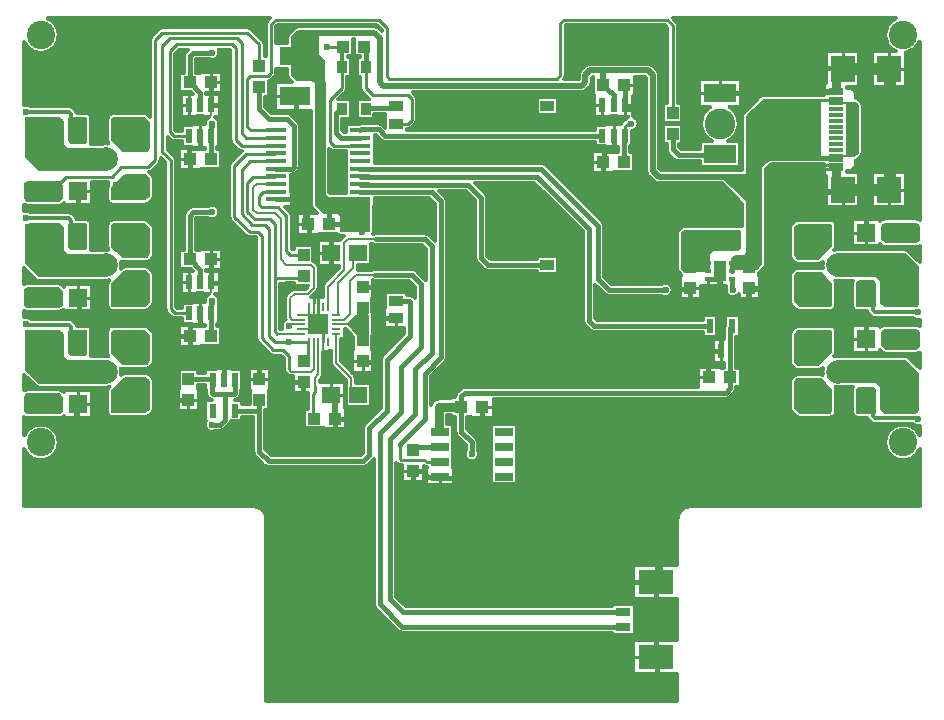
<source format=gtl>
G04 DesignSpark PCB Gerber Version 10.0 Build 5299*
G04 #@! TF.Part,Single*
G04 #@! TF.FileFunction,Copper,L1,Top*
G04 #@! TF.FilePolarity,Positive*
%FSLAX35Y35*%
%MOMM*%
G04 #@! TA.AperFunction,SMDPad,CuDef*
%ADD134R,0.20000X0.80000*%
%ADD81R,0.60000X1.15000*%
%ADD117R,0.60000X1.25000*%
%ADD133R,0.85000X1.05000*%
%ADD82R,1.00000X1.09000*%
%ADD80R,1.10000X1.70000*%
%ADD73R,2.00000X2.18000*%
%ADD136R,1.80000X1.80000*%
G04 #@! TD.AperFunction*
%ADD10C,0.20000*%
%ADD26C,0.20320*%
%ADD21C,0.25000*%
%ADD16C,0.25400*%
%ADD11C,0.30000*%
%ADD25C,0.38000*%
%ADD12C,0.38100*%
%ADD24C,0.50000*%
G04 #@! TA.AperFunction,ViaPad*
%ADD13C,0.60000*%
G04 #@! TD.AperFunction*
%ADD23C,0.80000*%
%ADD22C,1.00000*%
G04 #@! TA.AperFunction,ViaPad*
%ADD14C,2.00000*%
%ADD114C,2.40000*%
G04 #@! TA.AperFunction,WasherPad*
%ADD17C,2.60000*%
G04 #@! TA.AperFunction,SMDPad,CuDef*
%ADD135R,0.80000X0.20000*%
%ADD72R,1.15000X0.30000*%
%ADD79R,0.60000X0.35000*%
%ADD120R,1.80000X0.45000*%
%ADD104R,1.52500X0.65000*%
%ADD130R,1.30000X0.80000*%
%ADD84R,1.20000X0.90000*%
%ADD78R,1.09000X1.00000*%
%ADD74R,1.60000X1.00000*%
%ADD132R,1.52400X1.39700*%
%ADD75R,1.60000X1.50000*%
%ADD83R,2.70000X1.60000*%
%ADD124R,2.59080X1.60020*%
%ADD131R,3.00000X2.10000*%
G04 #@! TD.AperFunction*
X0Y0D02*
D02*
D10*
X1569180Y4082000D02*
Y3792000D01*
X1679180Y3682000D01*
X2249180D01*
X2329180Y3762000D01*
Y3792000D01*
X2259180Y3862000D01*
X1919180D01*
X1699180Y4082000D01*
X1569180D01*
G36*
X1569180Y4082000D02*
Y3792000D01*
X1679180Y3682000D01*
X2249180D01*
X2329180Y3762000D01*
Y3792000D01*
X2259180Y3862000D01*
X1919180D01*
X1699180Y4082000D01*
X1569180D01*
G37*
Y4982000D02*
Y4692000D01*
X1679180Y4582000D01*
X2249180D01*
X2329180Y4662000D01*
Y4692000D01*
X2259180Y4762000D01*
X1919180D01*
X1699180Y4982000D01*
X1569180D01*
G36*
X1569180Y4982000D02*
Y4692000D01*
X1679180Y4582000D01*
X2249180D01*
X2329180Y4662000D01*
Y4692000D01*
X2259180Y4762000D01*
X1919180D01*
X1699180Y4982000D01*
X1569180D01*
G37*
Y5882000D02*
Y5592000D01*
X1679180Y5482000D01*
X2249180D01*
X2329180Y5562000D01*
Y5592000D01*
X2259180Y5662000D01*
X1919180D01*
X1699180Y5882000D01*
X1569180D01*
G36*
X1569180Y5882000D02*
Y5592000D01*
X1679180Y5482000D01*
X2249180D01*
X2329180Y5562000D01*
Y5592000D01*
X2259180Y5662000D01*
X1919180D01*
X1699180Y5882000D01*
X1569180D01*
G37*
X1839180Y4482000D02*
X1869180Y4452000D01*
Y4342000D01*
X1849180Y4322000D01*
X1579180D01*
X1559180Y4342000D01*
Y4462000D01*
X1579180Y4482000D01*
X1839180D01*
G36*
X1839180Y4482000D02*
X1869180Y4452000D01*
Y4342000D01*
X1849180Y4322000D01*
X1579180D01*
X1559180Y4342000D01*
Y4462000D01*
X1579180Y4482000D01*
X1839180D01*
G37*
Y5382000D02*
X1869180Y5352000D01*
Y5242000D01*
X1849180Y5222000D01*
X1579180D01*
X1559180Y5242000D01*
Y5362000D01*
X1579180Y5382000D01*
X1839180D01*
G36*
X1839180Y5382000D02*
X1869180Y5352000D01*
Y5242000D01*
X1849180Y5222000D01*
X1579180D01*
X1559180Y5242000D01*
Y5362000D01*
X1579180Y5382000D01*
X1839180D01*
G37*
X1843180Y3582000D02*
X1873180Y3552000D01*
Y3442000D01*
X1853180Y3422000D01*
X1579180D01*
X1559180Y3442000D01*
Y3562000D01*
X1579180Y3582000D01*
X1843180D01*
G36*
X1843180Y3582000D02*
X1873180Y3552000D01*
Y3442000D01*
X1853180Y3422000D01*
X1579180D01*
X1559180Y3442000D01*
Y3562000D01*
X1579180Y3582000D01*
X1843180D01*
G37*
X1849180Y4122000D02*
X1879180Y4092000D01*
Y3902000D01*
X1859180Y3882000D01*
X1589180D01*
X1569180Y3902000D01*
Y4102000D01*
X1589180Y4122000D01*
X1849180D01*
G36*
X1849180Y4122000D02*
X1879180Y4092000D01*
Y3902000D01*
X1859180Y3882000D01*
X1589180D01*
X1569180Y3902000D01*
Y4102000D01*
X1589180Y4122000D01*
X1849180D01*
G37*
Y5022000D02*
X1879180Y4992000D01*
Y4802000D01*
X1859180Y4782000D01*
X1589180D01*
X1569180Y4802000D01*
Y5002000D01*
X1589180Y5022000D01*
X1849180D01*
G36*
X1849180Y5022000D02*
X1879180Y4992000D01*
Y4802000D01*
X1859180Y4782000D01*
X1589180D01*
X1569180Y4802000D01*
Y5002000D01*
X1589180Y5022000D01*
X1849180D01*
G37*
Y5922000D02*
X1879180Y5892000D01*
Y5702000D01*
X1859180Y5682000D01*
X1589180D01*
X1569180Y5702000D01*
Y5902000D01*
X1589180Y5922000D01*
X1849180D01*
G36*
X1849180Y5922000D02*
X1879180Y5892000D01*
Y5702000D01*
X1859180Y5682000D01*
X1589180D01*
X1569180Y5702000D01*
Y5902000D01*
X1589180Y5922000D01*
X1849180D01*
G37*
X2079180Y4122000D02*
Y3922000D01*
X2069180Y3912000D01*
X1949180D01*
X1929180Y3932000D01*
Y4122000D01*
X2079180D01*
G36*
X2079180Y4122000D02*
Y3922000D01*
X2069180Y3912000D01*
X1949180D01*
X1929180Y3932000D01*
Y4122000D01*
X2079180D01*
G37*
Y5022000D02*
Y4822000D01*
X2069180Y4812000D01*
X1949180D01*
X1929180Y4832000D01*
Y5022000D01*
X2079180D01*
G36*
X2079180Y5022000D02*
Y4822000D01*
X2069180Y4812000D01*
X1949180D01*
X1929180Y4832000D01*
Y5022000D01*
X2079180D01*
G37*
Y5922000D02*
Y5722000D01*
X2069180Y5712000D01*
X1949180D01*
X1929180Y5732000D01*
Y5922000D01*
X2079180D01*
G36*
X2079180Y5922000D02*
Y5722000D01*
X2069180Y5712000D01*
X1949180D01*
X1929180Y5732000D01*
Y5922000D01*
X2079180D01*
G37*
X2299180Y3432000D02*
X2579180D01*
X2609180Y3462000D01*
Y3692000D01*
X2579180Y3722000D01*
X2409180D01*
X2299180Y3612000D01*
Y3432000D01*
G36*
X2299180Y3432000D02*
X2579180D01*
X2609180Y3462000D01*
Y3692000D01*
X2579180Y3722000D01*
X2409180D01*
X2299180Y3612000D01*
Y3432000D01*
G37*
Y4332000D02*
X2579180D01*
X2609180Y4362000D01*
Y4592000D01*
X2579180Y4622000D01*
X2409180D01*
X2299180Y4512000D01*
Y4332000D01*
G36*
X2299180Y4332000D02*
X2579180D01*
X2609180Y4362000D01*
Y4592000D01*
X2579180Y4622000D01*
X2409180D01*
X2299180Y4512000D01*
Y4332000D01*
G37*
Y5232000D02*
X2579180D01*
X2609180Y5262000D01*
Y5405000D01*
X2579180Y5435000D01*
X2409180D01*
X2299180Y5325000D01*
Y5232000D01*
G36*
X2299180Y5232000D02*
X2579180D01*
X2609180Y5262000D01*
Y5405000D01*
X2579180Y5435000D01*
X2409180D01*
X2299180Y5325000D01*
Y5232000D01*
G37*
X2569180Y4122000D02*
X2613180Y4078000D01*
Y3875000D01*
X2589180Y3842000D01*
X2389180D01*
X2299180Y3932000D01*
Y4112000D01*
X2309180Y4122000D01*
X2569180D01*
G36*
X2569180Y4122000D02*
X2613180Y4078000D01*
Y3875000D01*
X2589180Y3842000D01*
X2389180D01*
X2299180Y3932000D01*
Y4112000D01*
X2309180Y4122000D01*
X2569180D01*
G37*
Y5022000D02*
X2613180Y4978000D01*
Y4775000D01*
X2589180Y4742000D01*
X2389180D01*
X2299180Y4832000D01*
Y5012000D01*
X2309180Y5022000D01*
X2569180D01*
G36*
X2569180Y5022000D02*
X2613180Y4978000D01*
Y4775000D01*
X2589180Y4742000D01*
X2389180D01*
X2299180Y4832000D01*
Y5012000D01*
X2309180Y5022000D01*
X2569180D01*
G37*
Y5922000D02*
X2609180Y5882000D01*
Y5665000D01*
X2589180Y5642000D01*
X2389180D01*
X2299180Y5732000D01*
Y5912000D01*
X2309180Y5922000D01*
X2569180D01*
G36*
X2569180Y5922000D02*
X2609180Y5882000D01*
Y5665000D01*
X2589180Y5642000D01*
X2389180D01*
X2299180Y5732000D01*
Y5912000D01*
X2309180Y5922000D01*
X2569180D01*
G37*
X3688250Y5362500D02*
X3738250D01*
X3740750Y5365000D01*
X3523180D01*
X3493180Y5335000D01*
Y5145000D01*
X3523180Y5115000D01*
X3673180D01*
X3723180Y5065000D01*
Y4725000D01*
X3773180Y4675000D01*
X3983180D01*
X4003180Y4655000D01*
Y4485000D01*
X3953180Y4435000D01*
X3843180D01*
X3803180Y4395000D01*
Y4235000D01*
X3823480Y4214700D01*
X3893000D01*
X3793180Y3795000D02*
X3813180Y3775000D01*
X3983180D01*
X4003180Y3795000D01*
Y3955000D01*
X4003000Y3955180D01*
Y4024700D01*
X3893000Y4094700D02*
X3693480D01*
X3893000Y4134700D02*
X4102950D01*
X3893000Y4174700D02*
X3809950D01*
X3793000Y4160700D01*
X3893000Y4254700D02*
X4092950D01*
X4043000Y4174700D01*
X3963000Y4024700D02*
Y3908650D01*
X3917950Y3863600D01*
X3963000Y4324700D02*
Y4254700D01*
X4043000Y4174700D01*
X4004050Y3374700D02*
X4017050D01*
X4043000Y3400650D01*
X4015950Y3656050D02*
Y3723650D01*
X4043000Y3750700D01*
Y4024700D01*
X4052950Y4214700D02*
X4003000D01*
Y4324700D01*
X4083000Y4024700D02*
Y3800700D01*
X4093180Y5115000D02*
X4213180D01*
X4233180Y5095000D01*
Y4965000D01*
X4473180D01*
Y5225000D01*
X4463180Y5235000D01*
X4133180D01*
X4093180Y5275000D01*
Y6405000D01*
X4043180Y6455000D01*
Y6635000D01*
X4023180Y6655000D01*
X3873180D01*
X3823180Y6605000D01*
Y6285000D01*
X3863180Y6245000D01*
X3993180D01*
X4023180Y6215000D01*
Y5185000D01*
X4093180Y5115000D01*
G36*
X4093180Y5115000D02*
X4213180D01*
X4233180Y5095000D01*
Y4965000D01*
X4473180D01*
Y5225000D01*
X4463180Y5235000D01*
X4133180D01*
X4093180Y5275000D01*
Y6405000D01*
X4043180Y6455000D01*
Y6635000D01*
X4023180Y6655000D01*
X3873180D01*
X3823180Y6605000D01*
Y6285000D01*
X3863180Y6245000D01*
X3993180D01*
X4023180Y6215000D01*
Y5185000D01*
X4093180Y5115000D01*
G37*
X4181850Y3546500D02*
X4153650Y3574700D01*
X4193000Y4094700D02*
Y3843650D01*
X4315950Y3720700D01*
Y3641000D01*
X4382250Y3574700D01*
X4193000Y4174700D02*
X4412880D01*
X4413180Y4175000D01*
X4193000Y4214700D02*
X4262880D01*
X4313180Y4265000D01*
Y4545000D01*
X4363180Y4595000D01*
X4523180D01*
X4193000Y4254700D02*
X4213180D01*
Y4525000D01*
X4336130Y4647950D01*
Y4728530D01*
X4382300Y4774700D01*
X4293180Y4175000D02*
X4373180Y4255000D01*
X4463180D01*
Y4095000D01*
X4373180D01*
X4293180Y4175000D01*
G36*
X4293180Y4175000D02*
X4373180Y4255000D01*
X4463180D01*
Y4095000D01*
X4373180D01*
X4293180Y4175000D01*
G37*
X4533180Y4895000D02*
X4293180D01*
X4263180Y4865000D01*
Y4635000D01*
X4123000Y4494820D01*
Y4324700D01*
X7613180Y4965000D02*
Y4825000D01*
X7593180Y4805000D01*
X7373180D01*
X7353180Y4785000D01*
Y4645000D01*
X7333180Y4625000D01*
X7143180D01*
X7123180Y4645000D01*
Y4945000D01*
X7143180Y4965000D01*
X7613180D01*
G36*
X7613180Y4965000D02*
Y4825000D01*
X7593180Y4805000D01*
X7373180D01*
X7353180Y4785000D01*
Y4645000D01*
X7333180Y4625000D01*
X7143180D01*
X7123180Y4645000D01*
Y4945000D01*
X7143180Y4965000D01*
X7613180D01*
G37*
X7673180Y5215000D02*
X7463180Y5425000D01*
X7673180D01*
Y5215000D01*
G36*
X7673180Y5215000D02*
X7463180Y5425000D01*
X7673180D01*
Y5215000D01*
G37*
X8117180Y3428000D02*
X8077180Y3468000D01*
Y3688000D01*
X8097180Y3708000D01*
X8297180D01*
X8387180Y3618000D01*
Y3438000D01*
X8377180Y3428000D01*
X8117180D01*
G36*
X8117180Y3428000D02*
X8077180Y3468000D01*
Y3688000D01*
X8097180Y3708000D01*
X8297180D01*
X8387180Y3618000D01*
Y3438000D01*
X8377180Y3428000D01*
X8117180D01*
G37*
Y4328000D02*
X8077180Y4368000D01*
Y4588000D01*
X8097180Y4608000D01*
X8297180D01*
X8387180Y4518000D01*
Y4338000D01*
X8377180Y4328000D01*
X8117180D01*
G36*
X8117180Y4328000D02*
X8077180Y4368000D01*
Y4588000D01*
X8097180Y4608000D01*
X8297180D01*
X8387180Y4518000D01*
Y4338000D01*
X8377180Y4328000D01*
X8117180D01*
G37*
X8293180Y6075000D02*
Y5585000D01*
X8283180Y5575000D01*
X7863180D01*
X7793180Y5505000D01*
Y4685000D01*
X7753180Y4645000D01*
X7553180D01*
X7543180Y4655000D01*
Y4725000D01*
X7573180Y4755000D01*
X7653180D01*
X7673180Y4775000D01*
Y5935000D01*
X7813180Y6075000D01*
X8293180D01*
G36*
X8293180Y6075000D02*
Y5585000D01*
X8283180Y5575000D01*
X7863180D01*
X7793180Y5505000D01*
Y4685000D01*
X7753180Y4645000D01*
X7553180D01*
X7543180Y4655000D01*
Y4725000D01*
X7573180Y4755000D01*
X7653180D01*
X7673180Y4775000D01*
Y5935000D01*
X7813180Y6075000D01*
X8293180D01*
G37*
X8387180Y4118000D02*
X8107180D01*
X8077180Y4088000D01*
Y3858000D01*
X8107180Y3828000D01*
X8277180D01*
X8387180Y3938000D01*
Y4118000D01*
G36*
X8387180Y4118000D02*
X8107180D01*
X8077180Y4088000D01*
Y3858000D01*
X8107180Y3828000D01*
X8277180D01*
X8387180Y3938000D01*
Y4118000D01*
G37*
Y5018000D02*
X8107180D01*
X8077180Y4988000D01*
Y4758000D01*
X8107180Y4728000D01*
X8277180D01*
X8387180Y4838000D01*
Y5018000D01*
G36*
X8387180Y5018000D02*
X8107180D01*
X8077180Y4988000D01*
Y4758000D01*
X8107180Y4728000D01*
X8277180D01*
X8387180Y4838000D01*
Y5018000D01*
G37*
X8424930Y6049650D02*
Y6079650D01*
X8520180Y6039000D02*
Y6049000D01*
X8425580D01*
X8424930Y6049650D01*
X8580180Y5599000D02*
X8610180Y5629000D01*
Y6029000D01*
X8590180Y6049000D01*
X8520180D01*
Y5599000D01*
X8580180D01*
G36*
X8580180Y5599000D02*
X8610180Y5629000D01*
Y6029000D01*
X8590180Y6049000D01*
X8520180D01*
Y5599000D01*
X8580180D01*
G37*
X8607180Y3428000D02*
Y3628000D01*
X8617180Y3638000D01*
X8737180D01*
X8757180Y3618000D01*
Y3428000D01*
X8607180D01*
G36*
X8607180Y3428000D02*
Y3628000D01*
X8617180Y3638000D01*
X8737180D01*
X8757180Y3618000D01*
Y3428000D01*
X8607180D01*
G37*
Y4328000D02*
Y4528000D01*
X8617180Y4538000D01*
X8737180D01*
X8757180Y4518000D01*
Y4328000D01*
X8607180D01*
G36*
X8607180Y4328000D02*
Y4528000D01*
X8617180Y4538000D01*
X8737180D01*
X8757180Y4518000D01*
Y4328000D01*
X8607180D01*
G37*
X8837180Y3428000D02*
X8807180Y3458000D01*
Y3648000D01*
X8827180Y3668000D01*
X9097180D01*
X9117180Y3648000D01*
Y3448000D01*
X9097180Y3428000D01*
X8837180D01*
G36*
X8837180Y3428000D02*
X8807180Y3458000D01*
Y3648000D01*
X8827180Y3668000D01*
X9097180D01*
X9117180Y3648000D01*
Y3448000D01*
X9097180Y3428000D01*
X8837180D01*
G37*
Y4328000D02*
X8807180Y4358000D01*
Y4548000D01*
X8827180Y4568000D01*
X9097180D01*
X9117180Y4548000D01*
Y4348000D01*
X9097180Y4328000D01*
X8837180D01*
G36*
X8837180Y4328000D02*
X8807180Y4358000D01*
Y4548000D01*
X8827180Y4568000D01*
X9097180D01*
X9117180Y4548000D01*
Y4348000D01*
X9097180Y4328000D01*
X8837180D01*
G37*
X8847180Y3968000D02*
X8817180Y3998000D01*
Y4108000D01*
X8837180Y4128000D01*
X9107180D01*
X9127180Y4108000D01*
Y3988000D01*
X9107180Y3968000D01*
X8847180D01*
G36*
X8847180Y3968000D02*
X8817180Y3998000D01*
Y4108000D01*
X8837180Y4128000D01*
X9107180D01*
X9127180Y4108000D01*
Y3988000D01*
X9107180Y3968000D01*
X8847180D01*
G37*
Y4868000D02*
X8817180Y4898000D01*
Y5008000D01*
X8837180Y5028000D01*
X9107180D01*
X9127180Y5008000D01*
Y4888000D01*
X9107180Y4868000D01*
X8847180D01*
G36*
X8847180Y4868000D02*
X8817180Y4898000D01*
Y5008000D01*
X8837180Y5028000D01*
X9107180D01*
X9127180Y5008000D01*
Y4888000D01*
X9107180Y4868000D01*
X8847180D01*
G37*
X9117180Y3468000D02*
Y3758000D01*
X9007180Y3868000D01*
X8437180D01*
X8357180Y3788000D01*
Y3758000D01*
X8427180Y3688000D01*
X8767180D01*
X8987180Y3468000D01*
X9117180D01*
G36*
X9117180Y3468000D02*
Y3758000D01*
X9007180Y3868000D01*
X8437180D01*
X8357180Y3788000D01*
Y3758000D01*
X8427180Y3688000D01*
X8767180D01*
X8987180Y3468000D01*
X9117180D01*
G37*
Y4368000D02*
Y4658000D01*
X9007180Y4768000D01*
X8437180D01*
X8357180Y4688000D01*
Y4658000D01*
X8427180Y4588000D01*
X8767180D01*
X8987180Y4368000D01*
X9117180D01*
G36*
X9117180Y4368000D02*
Y4658000D01*
X9007180Y4768000D01*
X8437180D01*
X8357180Y4688000D01*
Y4658000D01*
X8427180Y4588000D01*
X8767180D01*
X8987180Y4368000D01*
X9117180D01*
G37*
D02*
D11*
X1553180Y3115810D02*
Y2635000D01*
X3493180D01*
G75*
G02*
X3603180Y2525000I0J-110000D01*
G01*
Y985000D01*
X7083180D01*
Y1212120D01*
X6707800D01*
Y1502920D01*
X7083180D01*
Y1847120D01*
X6707800D01*
Y2137920D01*
X7083180D01*
Y2525000D01*
G75*
G02*
X7193180Y2635000I110000J0D01*
G01*
X9133180D01*
Y3115810D01*
G75*
G02*
X8841180Y3175000I-140000J59190D01*
G01*
G75*
G02*
X9133180Y3234190I152000J0D01*
G01*
Y3314970D01*
G75*
G02*
X9078700Y3327000I-15300J60080D01*
G01*
X8756180D01*
G75*
G02*
X8720060Y3342000I10J51000D01*
G01*
X8701180Y3360880D01*
G75*
G02*
X8687560Y3385220I36000J36130D01*
G01*
X8607180D01*
G75*
G02*
X8582550Y3393020I0J42780D01*
G01*
X8566200D01*
Y3415720D01*
G75*
G02*
X8564400Y3428000I40990J12280D01*
G01*
Y3627910D01*
G75*
G02*
Y3627980I21800J40D01*
G01*
G75*
G02*
Y3628000I18790J10D01*
G01*
G75*
G02*
X8568020Y3645220I42780J0D01*
G01*
X8467550D01*
G75*
G02*
X8443180Y3642950I-24370J129710D01*
G01*
G75*
G02*
X8420420Y3644930I20J132030D01*
G01*
G75*
G02*
X8429960Y3618000I-33250J-26930D01*
G01*
Y3438090D01*
G75*
G02*
Y3438020I-21800J-30D01*
G01*
G75*
G02*
Y3438000I-18790J-10D01*
G01*
G75*
G02*
X8420200Y3410800I-42780J0D01*
G01*
Y3393020D01*
X8401810D01*
G75*
G02*
X8377090Y3385220I-24630J34980D01*
G01*
X8117270D01*
G75*
G02*
X8086930Y3397750I-90J42780D01*
G01*
X8046930Y3437750D01*
G75*
G02*
X8034400Y3468000I30250J30250D01*
G01*
G75*
G02*
Y3468020I18790J10D01*
G01*
G75*
G02*
Y3468090I21800J40D01*
G01*
Y3688000D01*
G75*
G02*
X8046970Y3718290I42780J0D01*
G01*
X8066890Y3738210D01*
G75*
G02*
X8097180Y3750780I30290J-30210D01*
G01*
X8297180D01*
G75*
G02*
X8314110Y3747290I10J-42780D01*
G01*
G75*
G02*
X8311180Y3774950I129060J27660D01*
G01*
G75*
G02*
X8314640Y3804960I132020J-20D01*
G01*
X8307470Y3797790D01*
G75*
G02*
X8277180Y3785220I-30290J30210D01*
G01*
X8107180D01*
G75*
G02*
X8076890Y3797790I0J42780D01*
G01*
X8046970Y3827710D01*
G75*
G02*
X8034400Y3858000I30210J30290D01*
G01*
Y4088000D01*
G75*
G02*
X8046970Y4118290I42780J0D01*
G01*
X8076890Y4148210D01*
G75*
G02*
X8107180Y4160780I30290J-30210D01*
G01*
X8387180D01*
G75*
G02*
X8404720Y4157020I0J-42790D01*
G01*
X8420200D01*
Y4145200D01*
G75*
G02*
X8429960Y4118000I-33020J-27200D01*
G01*
Y3938000D01*
G75*
G02*
X8417390Y3907710I-42780J0D01*
G01*
X8413170Y3903490D01*
G75*
G02*
X8413370Y3903540I33800J-134790D01*
G01*
G75*
G02*
X8437180Y3910780I23810J-35530D01*
G01*
X9007180D01*
G75*
G02*
X9037470Y3898210I0J-42780D01*
G01*
X9133180Y3802500D01*
Y3934030D01*
G75*
G02*
X9107180Y3925220I-26000J33970D01*
G01*
X8847180D01*
G75*
G02*
X8816890Y3937790I0J42780D01*
G01*
X8798600Y3956080D01*
Y3934620D01*
X8557800D01*
Y4165420D01*
X8798600D01*
Y4149920D01*
X8806890Y4158210D01*
G75*
G02*
X8837180Y4170780I30290J-30210D01*
G01*
X9107180D01*
G75*
G02*
X9133180Y4161970I0J-42780D01*
G01*
Y4214970D01*
G75*
G02*
X9078700Y4227000I-15300J60080D01*
G01*
X8756180D01*
G75*
G02*
X8720060Y4242000I10J51000D01*
G01*
X8701180Y4260880D01*
G75*
G02*
X8687560Y4285220I36000J36130D01*
G01*
X8607180D01*
G75*
G02*
X8582550Y4293020I0J42780D01*
G01*
X8566200D01*
Y4315720D01*
G75*
G02*
X8564400Y4328000I40990J12280D01*
G01*
Y4527910D01*
G75*
G02*
Y4527980I21800J40D01*
G01*
G75*
G02*
Y4528000I18790J10D01*
G01*
G75*
G02*
X8568020Y4545220I42780J0D01*
G01*
X8467550D01*
G75*
G02*
X8443180Y4542950I-24370J129710D01*
G01*
G75*
G02*
X8420420Y4544930I20J132030D01*
G01*
G75*
G02*
X8429960Y4518000I-33250J-26930D01*
G01*
Y4338090D01*
G75*
G02*
Y4338020I-21800J-30D01*
G01*
G75*
G02*
Y4338000I-18790J-10D01*
G01*
G75*
G02*
X8420200Y4310800I-42780J0D01*
G01*
Y4293020D01*
X8401810D01*
G75*
G02*
X8377090Y4285220I-24630J34980D01*
G01*
X8117270D01*
G75*
G02*
X8086930Y4297750I-90J42780D01*
G01*
X8046930Y4337750D01*
G75*
G02*
X8034400Y4368000I30250J30250D01*
G01*
G75*
G02*
Y4368020I18790J10D01*
G01*
G75*
G02*
Y4368090I21800J40D01*
G01*
Y4588000D01*
G75*
G02*
X8046970Y4618290I42780J0D01*
G01*
X8066890Y4638210D01*
G75*
G02*
X8097180Y4650780I30290J-30210D01*
G01*
X8297180D01*
G75*
G02*
X8314110Y4647290I10J-42780D01*
G01*
G75*
G02*
X8311180Y4674950I129060J27660D01*
G01*
G75*
G02*
X8314640Y4704960I132020J-20D01*
G01*
X8307470Y4697790D01*
G75*
G02*
X8277180Y4685220I-30290J30210D01*
G01*
X8107180D01*
G75*
G02*
X8076890Y4697790I0J42780D01*
G01*
X8046970Y4727710D01*
G75*
G02*
X8034400Y4758000I30210J30290D01*
G01*
Y4988000D01*
G75*
G02*
X8046970Y5018290I42780J0D01*
G01*
X8076890Y5048210D01*
G75*
G02*
X8107180Y5060780I30290J-30210D01*
G01*
X8387180D01*
G75*
G02*
X8404720Y5057020I0J-42790D01*
G01*
X8420200D01*
Y5045200D01*
G75*
G02*
X8429960Y5018000I-33020J-27200D01*
G01*
Y4838000D01*
G75*
G02*
X8417390Y4807710I-42780J0D01*
G01*
X8413170Y4803490D01*
G75*
G02*
X8413370Y4803540I33800J-134790D01*
G01*
G75*
G02*
X8437180Y4810780I23810J-35530D01*
G01*
X9007180D01*
G75*
G02*
X9037470Y4798210I0J-42780D01*
G01*
X9133180Y4702500D01*
Y4834030D01*
G75*
G02*
X9107180Y4825220I-26000J33970D01*
G01*
X8847180D01*
G75*
G02*
X8816890Y4837790I0J42780D01*
G01*
X8798600Y4856080D01*
Y4834620D01*
X8557800D01*
Y5065420D01*
X8798600D01*
Y5049920D01*
X8806890Y5058210D01*
G75*
G02*
X8837180Y5070780I30290J-30210D01*
G01*
X9107180D01*
G75*
G02*
X9133180Y5061970I0J-42780D01*
G01*
Y6565810D01*
G75*
G02*
X9015800Y6474690I-140010J59190D01*
G01*
Y6186220D01*
X8735000D01*
Y6485020D01*
X8933940D01*
G75*
G02*
X8933990Y6765000I59240J139980D01*
G01*
X7046400D01*
X7074790Y6736610D01*
G75*
G02*
X7087880Y6705000I-31610J-31610D01*
G01*
Y6050420D01*
X7125200D01*
Y5877420D01*
X6961200D01*
Y6050420D01*
X6998480D01*
Y6686480D01*
X6974660Y6710300D01*
X6141700D01*
X6137880Y6706480D01*
Y6285000D01*
G75*
G02*
X6124790Y6253390I-44700J0D01*
G01*
X6123400Y6252000D01*
X6246180D01*
Y6285000D01*
G75*
G02*
X6262870Y6325310I57000J10D01*
G01*
X6302870Y6365310D01*
G75*
G02*
X6343230Y6382000I40300J-40320D01*
G01*
X6449180D01*
G75*
G02*
X6451180Y6381960I-140J-57020D01*
G01*
G75*
G02*
X6453180Y6382000I2140J-56980D01*
G01*
X6833130D01*
G75*
G02*
X6873490Y6365310I60J-57010D01*
G01*
X6913490Y6325310D01*
G75*
G02*
X6930180Y6285000I-40320J-40300D01*
G01*
Y5498610D01*
X6946790Y5482000D01*
X7630400D01*
Y5935000D01*
G75*
G02*
X7642970Y5965290I42780J0D01*
G01*
X7782890Y6105210D01*
G75*
G02*
X7813180Y6117780I30290J-30210D01*
G01*
X7890220D01*
G75*
G02*
X7903240Y6119700I12960J-42790D01*
G01*
X8327000D01*
Y6215020D01*
X8342000D01*
Y6485020D01*
X8622800D01*
Y6186220D01*
X8522800D01*
Y6177430D01*
G75*
G02*
X8593070Y6091680I9630J-63780D01*
G01*
G75*
G02*
X8620470Y6079210I-2890J-42680D01*
G01*
X8640390Y6059290D01*
G75*
G02*
X8652960Y6029000I-30210J-30290D01*
G01*
Y5629000D01*
G75*
G02*
X8640390Y5598710I-42780J0D01*
G01*
X8610470Y5568790D01*
G75*
G02*
X8592880Y5558150I-30280J30210D01*
G01*
G75*
G02*
X8522800Y5471870I-60450J-22500D01*
G01*
Y5463020D01*
X8622800D01*
Y5164220D01*
X8342000D01*
Y5434220D01*
X8327000D01*
Y5533950D01*
X8295220D01*
G75*
G02*
X8283090Y5532220I-12040J41030D01*
G01*
X7880900D01*
X7835960Y5487280D01*
Y4685090D01*
G75*
G02*
Y4685020I-21800J-30D01*
G01*
G75*
G02*
Y4685000I-18790J-10D01*
G01*
G75*
G02*
X7823430Y4654750I-42780J0D01*
G01*
X7783430Y4614750D01*
G75*
G02*
X7775200Y4608320I-30260J30250D01*
G01*
Y4581020D01*
X7783600D01*
Y4391220D01*
X7602800D01*
Y4427760D01*
G75*
G02*
X7497130Y4491400I-49570J37240D01*
G01*
Y4499620D01*
X7347800D01*
Y4502120D01*
X7283600D01*
Y4391220D01*
X7102800D01*
Y4581020D01*
X7111200D01*
Y4596480D01*
X7092970Y4614710D01*
G75*
G02*
X7080400Y4645000I30210J30290D01*
G01*
Y4945000D01*
G75*
G02*
X7092970Y4975290I42780J0D01*
G01*
X7112890Y4995210D01*
G75*
G02*
X7143180Y5007780I30290J-30210D01*
G01*
X7613180D01*
G75*
G02*
X7630400Y5004160I0J-42780D01*
G01*
Y5197280D01*
X7459680Y5368000D01*
X6923230D01*
G75*
G02*
X6882870Y5384690I-60J57010D01*
G01*
X6832870Y5434690D01*
G75*
G02*
X6816180Y5475000I40310J40300D01*
G01*
Y6261390D01*
X6809570Y6268000D01*
X6726900D01*
Y6109620D01*
X6708500D01*
Y5935080D01*
G75*
G02*
X6700100Y5813390I-15320J-60080D01*
G01*
Y5680520D01*
X6683030D01*
Y5632020D01*
X6718500D01*
Y5468020D01*
X6549100D01*
Y5459620D01*
X6359300D01*
Y5640420D01*
X6549100D01*
Y5632020D01*
X6580930D01*
Y5672120D01*
X6472700D01*
Y5680520D01*
X6386100D01*
Y5718970D01*
X4608180D01*
G75*
G02*
X4572070Y5733930I0J51050D01*
G01*
X4532030Y5773970D01*
X4520250D01*
Y5543550D01*
X5925680D01*
G75*
G02*
X5961790Y5528590I0J-51050D01*
G01*
X6449270Y5041110D01*
G75*
G02*
X6464230Y5005000I-36090J-36110D01*
G01*
Y4576150D01*
X6524330Y4516050D01*
X6948000D01*
G75*
G02*
X7045180Y4465000I35180J-51050D01*
G01*
G75*
G02*
X6948000Y4413950I-62000J0D01*
G01*
X6503180D01*
G75*
G02*
X6467070Y4428910I0J51050D01*
G01*
X6384230Y4511750D01*
Y4226150D01*
X6399330Y4211050D01*
X7296200D01*
Y4254520D01*
X7420200D01*
Y4065520D01*
X7296200D01*
Y4108950D01*
X6378180D01*
G75*
G02*
X6342070Y4123910I0J51050D01*
G01*
X6297090Y4168890D01*
G75*
G02*
X6282130Y4205000I36090J36110D01*
G01*
Y4963850D01*
X5872030Y5373950D01*
X5366430D01*
X5459270Y5281110D01*
G75*
G02*
X5474230Y5245000I-36090J-36110D01*
G01*
Y4756150D01*
X5504330Y4726050D01*
X5891200D01*
Y4752020D01*
X6075200D01*
Y4598020D01*
X5891200D01*
Y4623950D01*
X5483180D01*
G75*
G02*
X5447070Y4638910I0J51050D01*
G01*
X5387090Y4698890D01*
G75*
G02*
X5372130Y4735000I36090J36110D01*
G01*
Y5223850D01*
X5292030Y5303950D01*
X5066430D01*
X5119270Y5251110D01*
G75*
G02*
X5134230Y5215000I-36090J-36110D01*
G01*
Y3895000D01*
G75*
G02*
X5119270Y3858890I-51050J0D01*
G01*
X4994230Y3733850D01*
Y3495800D01*
G75*
G02*
X5063160Y3547000I68930J-20800D01*
G01*
X5167800D01*
Y3557020D01*
X5202130D01*
Y3565000D01*
G75*
G02*
X5217090Y3601110I51050J0D01*
G01*
X5247070Y3631090D01*
G75*
G02*
X5283180Y3646050I36110J-36090D01*
G01*
X7259400D01*
Y3815420D01*
X7449200D01*
Y3807020D01*
X7481030D01*
Y3847120D01*
X7382800D01*
Y4052920D01*
X7481030D01*
Y4143780D01*
G75*
G02*
Y4143870I36060J50D01*
G01*
G75*
G02*
Y4143900I35810J20D01*
G01*
G75*
G02*
X7486200Y4166290I51060J0D01*
G01*
Y4254520D01*
X7610200D01*
Y4065520D01*
X7583130D01*
Y3807020D01*
X7618600D01*
Y3643020D01*
X7583130D01*
Y3633900D01*
G75*
G02*
X7568170Y3597790I-51050J0D01*
G01*
X7529290Y3558910D01*
G75*
G02*
X7493180Y3543950I-36110J36090D01*
G01*
X5527000D01*
Y3384620D01*
X5337200D01*
Y3393020D01*
X5305330D01*
Y3285050D01*
X5379270Y3211110D01*
G75*
G02*
X5394230Y3175000I-36090J-36110D01*
G01*
Y3110180D01*
G75*
G02*
X5405180Y3075000I-51050J-35180D01*
G01*
G75*
G02*
X5281180I-62000J0D01*
G01*
G75*
G02*
X5292130Y3110180I62000J0D01*
G01*
Y3153850D01*
X5218190Y3227790D01*
G75*
G02*
X5203230Y3263900I36090J36110D01*
G01*
Y3393020D01*
X5167800D01*
Y3403000D01*
X5135160D01*
Y3330020D01*
X5180200D01*
Y2957420D01*
X5188600D01*
Y2811620D01*
X4955300D01*
Y2957420D01*
X4963700D01*
Y2966800D01*
X4956680D01*
G75*
G02*
X4933600Y2973220I0J44700D01*
G01*
Y2841220D01*
X4752800D01*
Y2980300D01*
X4743310D01*
G75*
G02*
X4711570Y2993390I-130J44710D01*
G01*
X4704230Y3000730D01*
Y1866150D01*
X4784330Y1786050D01*
X6526200D01*
Y1809520D01*
X6720200D01*
Y1540520D01*
X6526200D01*
Y1563950D01*
X4753180D01*
G75*
G02*
X4717070Y1578910I0J51050D01*
G01*
X4527090Y1768890D01*
G75*
G02*
X4512130Y1805000I36090J36110D01*
G01*
Y3032000D01*
G75*
G02*
X4509270Y3028890I-38990J32990D01*
G01*
X4459290Y2978910D01*
G75*
G02*
X4423180Y2963950I-36110J36090D01*
G01*
X3623180D01*
G75*
G02*
X3587070Y2978910I0J51050D01*
G01*
X3507090Y3058890D01*
G75*
G02*
X3492130Y3095000I36090J36110D01*
G01*
Y3393950D01*
X3400200D01*
Y3355520D01*
X3303340D01*
G75*
G02*
X3289270Y3328890I-50170J9470D01*
G01*
X3249290Y3288910D01*
G75*
G02*
X3213180Y3273950I-36110J36090D01*
G01*
X3178360D01*
G75*
G02*
X3089210Y3355520I-35180J51050D01*
G01*
X3086200D01*
Y3534520D01*
X3140710D01*
G75*
G02*
X3112180Y3548820I7470J50510D01*
G01*
X3103200Y3557750D01*
G75*
G02*
X3088150Y3593950I36000J36200D01*
G01*
G75*
G02*
Y3593980I33700J20D01*
G01*
G75*
G02*
Y3594060I30160J40D01*
G01*
Y3615520D01*
X3086200D01*
Y3662850D01*
X3025200D01*
Y3631020D01*
X3033600D01*
Y3441220D01*
X2852800D01*
Y3631020D01*
X2861200D01*
Y3800420D01*
X3025200D01*
Y3764950D01*
X3086200D01*
Y3794520D01*
X3172800D01*
Y3802920D01*
X3313600D01*
Y3794520D01*
X3400200D01*
Y3615520D01*
X3389230D01*
Y3590000D01*
G75*
G02*
X3374160Y3553780I-51050J0D01*
G01*
X3369400Y3549020D01*
G75*
G02*
X3340790Y3534520I-36210J35980D01*
G01*
X3400200D01*
Y3496050D01*
X3461200D01*
Y3619020D01*
X3452800D01*
Y3808820D01*
X3633600D01*
Y3619020D01*
X3625200D01*
Y3449620D01*
X3594230D01*
Y3116150D01*
X3644330Y3066050D01*
X4402030D01*
X4422130Y3086150D01*
Y3295000D01*
G75*
G02*
X4437090Y3331110I51050J0D01*
G01*
X4572130Y3466150D01*
Y3875000D01*
G75*
G02*
X4587090Y3911110I51050J0D01*
G01*
X4772130Y4096150D01*
Y4139620D01*
X4602800D01*
Y4310420D01*
X4611200D01*
Y4452020D01*
X4795200D01*
Y4426050D01*
X4813060D01*
G75*
G02*
X4849280Y4411100I120J-51050D01*
G01*
X4859280Y4401100D01*
G75*
G02*
X4862130Y4398000I-36130J-36080D01*
G01*
Y4493850D01*
X4812030Y4543950D01*
X4523180D01*
G75*
G02*
X4508350Y4546150I0J51050D01*
G01*
Y4393720D01*
X4499950D01*
Y4276870D01*
G75*
G02*
X4505960Y4255000I-36780J-21870D01*
G01*
Y4095000D01*
G75*
G02*
X4500100Y4073390I-42780J0D01*
G01*
Y3956020D01*
X4508500D01*
Y3766220D01*
X4329830D01*
X4345650Y3750400D01*
G75*
G02*
X4357950Y3720700I-29700J-29700D01*
G01*
Y3676520D01*
X4490450D01*
Y3472820D01*
X4274050D01*
Y3638100D01*
G75*
G02*
X4273950Y3641000I41970J2900D01*
G01*
Y3703300D01*
X4163300Y3813950D01*
G75*
G02*
X4151000Y3843650I29700J29700D01*
G01*
Y3952720D01*
X4133400D01*
Y3944320D01*
X4085000D01*
Y3750700D01*
G75*
G02*
X4072700Y3721000I-42000J0D01*
G01*
X4057950Y3706250D01*
Y3684920D01*
X4270250D01*
Y3465120D01*
X4276750D01*
Y3284320D01*
X4086950D01*
Y3292720D01*
X3917550D01*
Y3456720D01*
X3951450D01*
Y3580700D01*
G75*
G02*
X3952640Y3590920I44500J0D01*
G01*
X3827550D01*
Y3733000D01*
X3813220D01*
G75*
G02*
X3783480Y3745300I-40J42000D01*
G01*
X3773880Y3754900D01*
G75*
G02*
X3748680Y3795000I19300J40100D01*
G01*
Y3886570D01*
X3724750Y3910500D01*
X3663180D01*
G75*
G02*
X3631660Y3923590I0J44500D01*
G01*
X3531770Y4023480D01*
G75*
G02*
X3518680Y4055000I31410J31520D01*
G01*
Y4906570D01*
X3514750Y4910500D01*
X3463180D01*
G75*
G02*
X3431660Y4923590I0J44500D01*
G01*
X3301770Y5053480D01*
G75*
G02*
X3288680Y5085000I31410J31520D01*
G01*
Y5515000D01*
G75*
G02*
X3301770Y5546520I44500J0D01*
G01*
X3395550Y5640300D01*
X3393240D01*
G75*
G02*
X3361570Y5653390I-60J44710D01*
G01*
X3311570Y5703390D01*
G75*
G02*
X3298480Y5735000I31610J31610D01*
G01*
Y6496480D01*
X3294660Y6500300D01*
X3199780D01*
G75*
G02*
X3108000Y6423950I-56600J-25300D01*
G01*
X3005150D01*
Y6306720D01*
X3037000D01*
Y6315120D01*
X3226800D01*
Y6134320D01*
X3094050D01*
Y6127620D01*
X3208400D01*
Y5931820D01*
X3168080D01*
G75*
G02*
X3200000Y5850160I-24900J-56800D01*
G01*
Y5680220D01*
X3189050D01*
Y5656720D01*
X3218400D01*
Y5492720D01*
X3049000D01*
Y5484320D01*
X2859200D01*
Y5665120D01*
X3049000D01*
Y5656720D01*
X3086950D01*
Y5671820D01*
X2972600D01*
Y5680220D01*
X2886000D01*
Y5725020D01*
X2818460D01*
G75*
G02*
X2786780Y5738180I0J44710D01*
G01*
X2767880Y5757080D01*
Y5653520D01*
X2824790Y5596610D01*
G75*
G02*
X2837880Y5565000I-31610J-31610D01*
G01*
Y4323520D01*
X2846980Y4314420D01*
X2886000D01*
Y4359220D01*
X2972600D01*
Y4367620D01*
X3081600D01*
G75*
G02*
X3081160Y4375020I61580J7370D01*
G01*
G75*
G02*
X3118280Y4431820I62020J0D01*
G01*
X3067600D01*
Y4440220D01*
X3018400D01*
Y4431820D01*
X2877600D01*
Y4627620D01*
X2979000D01*
X2963900Y4642720D01*
X2867600D01*
Y4806720D01*
X2903050D01*
Y5095920D01*
G75*
G02*
X2918010Y5132030I51050J0D01*
G01*
X2947070Y5161090D01*
G75*
G02*
X2983180Y5176050I36110J-36090D01*
G01*
X3108000D01*
G75*
G02*
X3205180Y5125000I35180J-51050D01*
G01*
G75*
G02*
X3108000Y5073950I-62000J0D01*
G01*
X3005150D01*
Y4806720D01*
X3037000D01*
Y4815120D01*
X3226800D01*
Y4634320D01*
X3094050D01*
Y4627620D01*
X3208400D01*
Y4431820D01*
X3168080D01*
G75*
G02*
X3200000Y4350160I-24900J-56800D01*
G01*
Y4180220D01*
X3189050D01*
Y4156720D01*
X3218400D01*
Y3992720D01*
X3049000D01*
Y3984320D01*
X2859200D01*
Y4165120D01*
X3049000D01*
Y4156720D01*
X3086950D01*
Y4171820D01*
X2972600D01*
Y4180220D01*
X2886000D01*
Y4225020D01*
X2828460D01*
G75*
G02*
X2796780Y4238180I0J44710D01*
G01*
X2761640Y4273320D01*
G75*
G02*
X2748480Y4305000I31550J31680D01*
G01*
Y5546480D01*
X2707880Y5587080D01*
Y5565000D01*
G75*
G02*
X2694790Y5533390I-44700J0D01*
G01*
X2634790Y5473390D01*
G75*
G02*
X2613230Y5461450I-31600J31620D01*
G01*
X2639390Y5435290D01*
G75*
G02*
X2651960Y5405000I-30210J-30290D01*
G01*
Y5262000D01*
G75*
G02*
X2639390Y5231710I-42780J0D01*
G01*
X2609470Y5201790D01*
G75*
G02*
X2579180Y5189220I-30290J30210D01*
G01*
X2299180D01*
G75*
G02*
X2281550Y5193020I0J42790D01*
G01*
X2266200D01*
Y5204750D01*
G75*
G02*
X2256400Y5232000I32980J27250D01*
G01*
Y5325000D01*
G75*
G02*
X2266200Y5352250I42780J0D01*
G01*
Y5380300D01*
X2128600D01*
Y5184620D01*
X1887800D01*
Y5200120D01*
X1879470Y5191790D01*
G75*
G02*
X1849180Y5179220I-30290J30210D01*
G01*
X1579180D01*
G75*
G02*
X1553180Y5188030I0J42780D01*
G01*
Y5135030D01*
G75*
G02*
X1607660Y5123000I15300J-60080D01*
G01*
X1930180D01*
G75*
G02*
X1966300Y5108000I-10J-51000D01*
G01*
X1985180Y5089120D01*
G75*
G02*
X1998800Y5064780I-36000J-36130D01*
G01*
X2079180D01*
G75*
G02*
X2103750Y5057020I0J-42780D01*
G01*
X2120200D01*
Y5034140D01*
G75*
G02*
X2121960Y5022000I-41010J-12140D01*
G01*
Y4822090D01*
G75*
G02*
Y4822020I-21800J-30D01*
G01*
G75*
G02*
Y4822000I-18790J-10D01*
G01*
G75*
G02*
X2118340Y4804780I-42780J0D01*
G01*
X2218810D01*
G75*
G02*
X2243180Y4807050I24370J-129710D01*
G01*
G75*
G02*
X2265940Y4805070I-20J-132030D01*
G01*
G75*
G02*
X2256400Y4832000I33250J26930D01*
G01*
Y5011910D01*
G75*
G02*
Y5011980I21800J40D01*
G01*
G75*
G02*
Y5012000I18790J10D01*
G01*
G75*
G02*
X2266200Y5039250I42780J0D01*
G01*
Y5057020D01*
X2284610D01*
G75*
G02*
X2309270Y5064780I24570J-35010D01*
G01*
X2569180D01*
G75*
G02*
X2599470Y5052210I0J-42780D01*
G01*
X2643390Y5008290D01*
G75*
G02*
X2655960Y4978000I-30210J-30290D01*
G01*
Y4775000D01*
G75*
G02*
X2647760Y4749810I-42780J0D01*
G01*
X2623800Y4716870D01*
G75*
G02*
X2589180Y4699220I-34620J25130D01*
G01*
X2389180D01*
G75*
G02*
X2372250Y4702710I-10J42780D01*
G01*
G75*
G02*
X2375180Y4675050I-129060J-27660D01*
G01*
G75*
G02*
X2371720Y4645040I-132020J20D01*
G01*
X2378890Y4652210D01*
G75*
G02*
X2409180Y4664780I30290J-30210D01*
G01*
X2579180D01*
G75*
G02*
X2609470Y4652210I0J-42780D01*
G01*
X2639390Y4622290D01*
G75*
G02*
X2651960Y4592000I-30210J-30290D01*
G01*
Y4362000D01*
G75*
G02*
X2639390Y4331710I-42780J0D01*
G01*
X2609470Y4301790D01*
G75*
G02*
X2579180Y4289220I-30290J30210D01*
G01*
X2299180D01*
G75*
G02*
X2281550Y4293020I0J42790D01*
G01*
X2266200D01*
Y4304750D01*
G75*
G02*
X2256400Y4332000I32980J27250D01*
G01*
Y4512000D01*
G75*
G02*
X2268970Y4542290I42780J0D01*
G01*
X2273190Y4546510D01*
G75*
G02*
X2272990Y4546460I-33800J134790D01*
G01*
G75*
G02*
X2249180Y4539220I-23810J35530D01*
G01*
X1679180D01*
G75*
G02*
X1648890Y4551790I0J42780D01*
G01*
X1553180Y4647500D01*
Y4515970D01*
G75*
G02*
X1579180Y4524780I26000J-33970D01*
G01*
X1839180D01*
G75*
G02*
X1869470Y4512210I0J-42780D01*
G01*
X1887800Y4493880D01*
Y4515420D01*
X2128600D01*
Y4284620D01*
X1887800D01*
Y4300120D01*
X1879470Y4291790D01*
G75*
G02*
X1849180Y4279220I-30290J30210D01*
G01*
X1579180D01*
G75*
G02*
X1553180Y4288030I0J42780D01*
G01*
Y4235030D01*
G75*
G02*
X1607660Y4223000I15300J-60080D01*
G01*
X1930180D01*
G75*
G02*
X1966300Y4208000I-10J-51000D01*
G01*
X1985180Y4189120D01*
G75*
G02*
X1998800Y4164780I-36000J-36130D01*
G01*
X2079180D01*
G75*
G02*
X2103750Y4157020I0J-42780D01*
G01*
X2120200D01*
Y4134140D01*
G75*
G02*
X2121960Y4122000I-41010J-12140D01*
G01*
Y3922090D01*
G75*
G02*
Y3922020I-21800J-30D01*
G01*
G75*
G02*
Y3922000I-18790J-10D01*
G01*
G75*
G02*
X2118340Y3904780I-42780J0D01*
G01*
X2218810D01*
G75*
G02*
X2243180Y3907050I24370J-129710D01*
G01*
G75*
G02*
X2265940Y3905070I-20J-132030D01*
G01*
G75*
G02*
X2256400Y3932000I33250J26930D01*
G01*
Y4111910D01*
G75*
G02*
Y4111980I21800J40D01*
G01*
G75*
G02*
Y4112000I18790J10D01*
G01*
G75*
G02*
X2266200Y4139250I42780J0D01*
G01*
Y4157020D01*
X2284610D01*
G75*
G02*
X2309270Y4164780I24570J-35010D01*
G01*
X2569180D01*
G75*
G02*
X2599470Y4152210I0J-42780D01*
G01*
X2643390Y4108290D01*
G75*
G02*
X2655960Y4078000I-30210J-30290D01*
G01*
Y3875000D01*
G75*
G02*
X2647760Y3849810I-42780J0D01*
G01*
X2623800Y3816870D01*
G75*
G02*
X2589180Y3799220I-34620J25130D01*
G01*
X2389180D01*
G75*
G02*
X2372250Y3802710I-10J42780D01*
G01*
G75*
G02*
X2375180Y3775050I-129060J-27660D01*
G01*
G75*
G02*
X2371720Y3745040I-132020J20D01*
G01*
X2378890Y3752210D01*
G75*
G02*
X2409180Y3764780I30290J-30210D01*
G01*
X2579180D01*
G75*
G02*
X2609470Y3752210I0J-42780D01*
G01*
X2639390Y3722290D01*
G75*
G02*
X2651960Y3692000I-30210J-30290D01*
G01*
Y3462000D01*
G75*
G02*
X2639390Y3431710I-42780J0D01*
G01*
X2609470Y3401790D01*
G75*
G02*
X2579180Y3389220I-30290J30210D01*
G01*
X2299180D01*
G75*
G02*
X2281550Y3393020I0J42790D01*
G01*
X2266200D01*
Y3404750D01*
G75*
G02*
X2256400Y3432000I32980J27250D01*
G01*
Y3612000D01*
G75*
G02*
X2268970Y3642290I42780J0D01*
G01*
X2273190Y3646510D01*
G75*
G02*
X2272990Y3646460I-33800J134790D01*
G01*
G75*
G02*
X2249180Y3639220I-23810J35530D01*
G01*
X1679180D01*
G75*
G02*
X1648890Y3651790I0J42780D01*
G01*
X1553180Y3747500D01*
Y3615970D01*
G75*
G02*
X1579180Y3624780I26000J-33970D01*
G01*
X1843180D01*
G75*
G02*
X1873470Y3612210I0J-42780D01*
G01*
X1887800Y3597880D01*
Y3615420D01*
X2128600D01*
Y3384620D01*
X1887800D01*
Y3396120D01*
X1883470Y3391790D01*
G75*
G02*
X1853180Y3379220I-30290J30210D01*
G01*
X1579180D01*
G75*
G02*
X1553180Y3388030I0J42780D01*
G01*
Y3234190D01*
G75*
G02*
X1845180Y3175000I140000J-59190D01*
G01*
G75*
G02*
X1553180Y3115810I-152000J0D01*
G01*
X7267800Y6255420D02*
X7618600D01*
Y6014620D01*
X7525340D01*
G75*
G02*
X7509100Y5727020I-82160J-139620D01*
G01*
X7610200D01*
Y5503020D01*
X7276200D01*
Y5553970D01*
X7093180D01*
G75*
G02*
X7057070Y5568930I0J51050D01*
G01*
X7007110Y5618890D01*
G75*
G02*
X6992150Y5655000I36090J36110D01*
G01*
Y5699620D01*
X6961200D01*
Y5872620D01*
X7125200D01*
Y5699620D01*
X7094250D01*
Y5676150D01*
X7114330Y5656070D01*
X7276200D01*
Y5727020D01*
X7377260D01*
G75*
G02*
X7361020Y6014620I65920J147980D01*
G01*
X7267800D01*
Y6255420D01*
X8735000Y5463020D02*
X9015800D01*
Y5164220D01*
X8735000D01*
Y5463020D01*
X5506100Y3330020D02*
X5722600D01*
Y2820020D01*
X5506100D01*
Y3330020D01*
X1568180Y3075020D02*
G36*
X1568180Y3075020D02*
Y2635000D01*
X3493180D01*
G75*
G02*
X3603180Y2525000I0J-110000D01*
G01*
Y1000000D01*
X7083180D01*
Y1212120D01*
X6707800D01*
Y1502920D01*
X7083180D01*
Y1847120D01*
X6707800D01*
Y2137920D01*
X7083180D01*
Y2525000D01*
G75*
G02*
X7193180Y2635000I110000J0D01*
G01*
X9118180D01*
Y3075020D01*
X9107670D01*
G75*
G02*
X8878690I-114490J99980D01*
G01*
X5722600D01*
Y2820020D01*
X5506100D01*
Y3075020D01*
X5405180D01*
G75*
G02*
Y3075000I-63660J-10D01*
G01*
G75*
G02*
X5281180I-62000J0D01*
G01*
G75*
G02*
Y3075020I63660J10D01*
G01*
X5180200D01*
Y2957420D01*
X5188600D01*
Y2811620D01*
X4955300D01*
Y2957420D01*
X4963700D01*
Y2966800D01*
X4956680D01*
G75*
G02*
X4933600Y2973220I30J44810D01*
G01*
Y2841220D01*
X4752800D01*
Y2980300D01*
X4743310D01*
G75*
G02*
X4711570Y2993390I-120J44730D01*
G01*
X4704230Y3000730D01*
Y1866150D01*
X4784330Y1786050D01*
X6526200D01*
Y1809520D01*
X6720200D01*
Y1540520D01*
X6526200D01*
Y1563950D01*
X4753180D01*
G75*
G02*
X4717070Y1578910I20J51100D01*
G01*
X4527090Y1768890D01*
G75*
G02*
X4512130Y1805000I36140J36130D01*
G01*
Y3032000D01*
G75*
G02*
X4509270Y3028890I-43540J37170D01*
G01*
X4459290Y2978910D01*
G75*
G02*
X4423180Y2963950I-36130J36140D01*
G01*
X3623180D01*
G75*
G02*
X3587070Y2978910I20J51100D01*
G01*
X3507090Y3058890D01*
G75*
G02*
X3496200Y3075020I36130J36140D01*
G01*
X1807660D01*
G75*
G02*
X1578730I-114460J99990D01*
G01*
X1568180D01*
G37*
X3635360D02*
G36*
X3635360Y3075020D02*
X3644330Y3066050D01*
X4402030D01*
X4411000Y3075020D01*
X3635360D01*
G37*
X1568180Y3088570D02*
G36*
X1568180Y3088570D02*
Y3075020D01*
X1578730D01*
G75*
G02*
X1568180Y3088570I114480J100020D01*
G01*
G37*
Y3380660D02*
G36*
X1568180Y3380660D02*
Y3261480D01*
G75*
G02*
X1845180Y3175000I125000J-86480D01*
G01*
G75*
G02*
X1807660Y3075020I-151990J10D01*
G01*
X3496200D01*
G75*
G02*
X3492130Y3095000I47030J19980D01*
G01*
Y3393950D01*
X3400200D01*
Y3355520D01*
X3303340D01*
G75*
G02*
X3289270Y3328890I-50190J9490D01*
G01*
X3249290Y3288910D01*
G75*
G02*
X3213180Y3273950I-36130J36140D01*
G01*
X3178360D01*
G75*
G02*
X3081180Y3325000I-35180J51050D01*
G01*
G75*
G02*
X3089210Y3355520I62010J0D01*
G01*
X3086200D01*
Y3534520D01*
X3140710D01*
G75*
G02*
X3112180Y3548820I7440J50460D01*
G01*
X3103200Y3557750D01*
G75*
G02*
X3088150Y3593940I35990J36190D01*
G01*
G75*
G02*
Y3593950I71620J10D01*
G01*
Y3593980D01*
Y3594060D01*
Y3615520D01*
X3086200D01*
Y3662850D01*
X3025200D01*
Y3631020D01*
X3033600D01*
Y3441220D01*
X2852800D01*
Y3631020D01*
X2861200D01*
Y3800420D01*
X3025200D01*
Y3764950D01*
X3086200D01*
Y3794520D01*
X3172800D01*
Y3802920D01*
X3313600D01*
Y3794520D01*
X3400200D01*
Y3615520D01*
X3389230D01*
Y3590000D01*
G75*
G02*
X3374160Y3553780I-51110J20D01*
G01*
X3369400Y3549020D01*
G75*
G02*
X3340790Y3534520I-36190J35930D01*
G01*
X3400200D01*
Y3496050D01*
X3461200D01*
Y3619020D01*
X3452800D01*
Y3808820D01*
X3633600D01*
Y3619020D01*
X3625200D01*
Y3449620D01*
X3594230D01*
Y3116150D01*
X3635360Y3075020D01*
X4411000D01*
X4422130Y3086150D01*
Y3295000D01*
G75*
G02*
X4437090Y3331110I51100J-20D01*
G01*
X4572130Y3466150D01*
Y3875000D01*
G75*
G02*
X4587090Y3911110I51100J-20D01*
G01*
X4772130Y4096150D01*
Y4139620D01*
X4602800D01*
Y4310420D01*
X4611200D01*
Y4452020D01*
X4795200D01*
Y4426050D01*
X4813060D01*
G75*
G02*
X4849280Y4411100I130J-51040D01*
G01*
X4859280Y4401100D01*
G75*
G02*
X4862130Y4398000I-33980J-34100D01*
G01*
Y4493850D01*
X4812030Y4543950D01*
X4523180D01*
G75*
G02*
X4508350Y4546150I-50J50770D01*
G01*
Y4393720D01*
X4499950D01*
Y4276870D01*
G75*
G02*
X4505960Y4255000I-36790J-21870D01*
G01*
Y4095000D01*
G75*
G02*
Y4094980I-52090J-10D01*
G01*
G75*
G02*
X4500100Y4073390I-42710J0D01*
G01*
Y3956020D01*
X4508500D01*
Y3766220D01*
X4329830D01*
X4345650Y3750400D01*
G75*
G02*
X4357950Y3720700I-29760J-29720D01*
G01*
Y3676520D01*
X4490450D01*
Y3472820D01*
X4274050D01*
Y3638100D01*
G75*
G02*
X4273950Y3641000I52570J3260D01*
G01*
Y3703300D01*
X4163300Y3813950D01*
G75*
G02*
X4151000Y3843650I29760J29720D01*
G01*
Y3952720D01*
X4133400D01*
Y3944320D01*
X4085000D01*
Y3750700D01*
G75*
G02*
X4072700Y3721000I-42060J20D01*
G01*
X4057950Y3706250D01*
Y3684920D01*
X4270250D01*
Y3465120D01*
X4276750D01*
Y3284320D01*
X4086950D01*
Y3292720D01*
X3917550D01*
Y3456720D01*
X3951450D01*
Y3580700D01*
G75*
G02*
X3952640Y3590920I44780J-40D01*
G01*
X3827550D01*
Y3733000D01*
X3813220D01*
G75*
G02*
X3783480Y3745300I-30J42040D01*
G01*
X3773880Y3754900D01*
G75*
G02*
X3748680Y3794990I19290J40090D01*
G01*
G75*
G02*
Y3795000I57300J10D01*
G01*
Y3886570D01*
X3724750Y3910500D01*
X3663180D01*
G75*
G02*
X3631660Y3923590I0J44490D01*
G01*
X3531770Y4023480D01*
G75*
G02*
X3518680Y4054980I31350J31500D01*
G01*
G75*
G02*
Y4055000I42440J10D01*
G01*
Y4906570D01*
X3514750Y4910500D01*
X3463180D01*
G75*
G02*
X3431660Y4923590I0J44490D01*
G01*
X3301770Y5053480D01*
G75*
G02*
X3288680Y5084980I31350J31500D01*
G01*
G75*
G02*
Y5085000I42440J10D01*
G01*
Y5313620D01*
X2837880D01*
Y4323520D01*
X2846980Y4314420D01*
X2886000D01*
Y4359220D01*
X2972600D01*
Y4367620D01*
X3081600D01*
G75*
G02*
X3081160Y4375010I61850J7390D01*
G01*
G75*
G02*
Y4375020I63660J10D01*
G01*
G75*
G02*
Y4375030I47750J10D01*
G01*
G75*
G02*
X3118280Y4431820I62000J0D01*
G01*
X3067600D01*
Y4440220D01*
X3018400D01*
Y4431820D01*
X2877600D01*
Y4627620D01*
X2979000D01*
X2963900Y4642720D01*
X2867600D01*
Y4806720D01*
X2903050D01*
Y5095920D01*
G75*
G02*
X2918010Y5132030I51100J-20D01*
G01*
X2947070Y5161090D01*
G75*
G02*
X2983180Y5176050I36130J-36140D01*
G01*
X3108000D01*
G75*
G02*
X3205180Y5125000I35180J-51050D01*
G01*
G75*
G02*
X3108000Y5073950I-62000J0D01*
G01*
X3005150D01*
Y4806720D01*
X3037000D01*
Y4815120D01*
X3226800D01*
Y4634320D01*
X3094050D01*
Y4627620D01*
X3208400D01*
Y4431820D01*
X3168080D01*
G75*
G02*
X3205200Y4375020I-24900J-56800D01*
G01*
G75*
G02*
X3200000Y4350160I-62040J0D01*
G01*
Y4180220D01*
X3189050D01*
Y4156720D01*
X3218400D01*
Y3992720D01*
X3049000D01*
Y3984320D01*
X2859200D01*
Y4165120D01*
X3049000D01*
Y4156720D01*
X3086950D01*
Y4171820D01*
X2972600D01*
Y4180220D01*
X2886000D01*
Y4225020D01*
X2828460D01*
G75*
G02*
X2796780Y4238180I0J44710D01*
G01*
X2761640Y4273320D01*
G75*
G02*
X2748480Y4305000I31550J31680D01*
G01*
Y5313620D01*
X2651960D01*
Y5262000D01*
G75*
G02*
X2639390Y5231710I-42800J10D01*
G01*
X2609470Y5201790D01*
G75*
G02*
X2579180Y5189220I-30300J30230D01*
G01*
X2299180D01*
G75*
G02*
X2281550Y5193020I-10J42740D01*
G01*
X2266200D01*
Y5204750D01*
G75*
G02*
X2256400Y5231970I32910J27220D01*
G01*
G75*
G02*
Y5232000I50560J20D01*
G01*
Y5313620D01*
X2128600D01*
Y5184620D01*
X1887800D01*
Y5200120D01*
X1879470Y5191790D01*
G75*
G02*
X1849180Y5179220I-30300J30230D01*
G01*
X1579180D01*
G75*
G02*
X1568180Y5180660I0J42710D01*
G01*
Y5136950D01*
G75*
G02*
X1607660Y5123000I300J-61990D01*
G01*
X1930180D01*
G75*
G02*
X1966300Y5108000I-10J-51020D01*
G01*
X1985180Y5089120D01*
G75*
G02*
X1998800Y5064780I-35920J-36080D01*
G01*
X2079180D01*
G75*
G02*
X2103750Y5057020I-30J-42870D01*
G01*
X2120200D01*
Y5034140D01*
G75*
G02*
X2121960Y5022020I-40840J-12120D01*
G01*
G75*
G02*
Y5022000I-35810J-10D01*
G01*
Y4822090D01*
Y4822000D01*
G75*
G02*
X2118340Y4804780I-42990J50D01*
G01*
X2218810D01*
G75*
G02*
X2243180Y4807050I24390J-129930D01*
G01*
G75*
G02*
X2265940Y4805070I-100J-132960D01*
G01*
G75*
G02*
X2256400Y4832000I33280J26950D01*
G01*
Y5011910D01*
Y5012000D01*
G75*
G02*
Y5012030I50560J20D01*
G01*
G75*
G02*
X2266200Y5039250I42710J0D01*
G01*
Y5057020D01*
X2284610D01*
G75*
G02*
X2309270Y5064780I24560J-34970D01*
G01*
X2569180D01*
G75*
G02*
X2599470Y5052210I-10J-42800D01*
G01*
X2643390Y5008290D01*
G75*
G02*
X2655960Y4978000I-30230J-30300D01*
G01*
Y4775000D01*
G75*
G02*
Y4774980I-47750J-10D01*
G01*
G75*
G02*
X2647760Y4749810I-42730J0D01*
G01*
X2623800Y4716870D01*
G75*
G02*
X2589180Y4699220I-34630J25150D01*
G01*
X2389180D01*
G75*
G02*
X2372250Y4702710I-10J42770D01*
G01*
G75*
G02*
X2375180Y4675140I-128250J-27570D01*
G01*
G75*
G02*
Y4675050I-132220J-40D01*
G01*
G75*
G02*
X2371720Y4645040I-132280J50D01*
G01*
X2378890Y4652210D01*
G75*
G02*
X2409180Y4664780I30300J-30230D01*
G01*
X2579180D01*
G75*
G02*
X2609470Y4652210I-10J-42800D01*
G01*
X2639390Y4622290D01*
G75*
G02*
X2651960Y4592000I-30230J-30300D01*
G01*
Y4362000D01*
G75*
G02*
X2639390Y4331710I-42800J10D01*
G01*
X2609470Y4301790D01*
G75*
G02*
X2579180Y4289220I-30300J30230D01*
G01*
X2299180D01*
G75*
G02*
X2281550Y4293020I-10J42740D01*
G01*
X2266200D01*
Y4304750D01*
G75*
G02*
X2256400Y4331970I32910J27220D01*
G01*
G75*
G02*
Y4332000I50560J20D01*
G01*
Y4512000D01*
G75*
G02*
X2268970Y4542290I42800J-10D01*
G01*
X2273190Y4546510D01*
G75*
G03*
X2272990Y4546460I170J-1090D01*
G01*
G75*
G02*
X2249180Y4539220I-23820J35550D01*
G01*
X1679180D01*
G75*
G02*
X1648890Y4551790I10J42800D01*
G01*
X1568180Y4632500D01*
Y4523340D01*
G75*
G02*
X1579180Y4524780I11000J-41270D01*
G01*
X1839180D01*
G75*
G02*
X1869470Y4512210I-10J-42800D01*
G01*
X1887800Y4493880D01*
Y4515420D01*
X2128600D01*
Y4284620D01*
X1887800D01*
Y4300120D01*
X1879470Y4291790D01*
G75*
G02*
X1849180Y4279220I-30300J30230D01*
G01*
X1579180D01*
G75*
G02*
X1568180Y4280660I0J42710D01*
G01*
Y4236950D01*
G75*
G02*
X1607660Y4223000I300J-61990D01*
G01*
X1930180D01*
G75*
G02*
X1966300Y4208000I-10J-51020D01*
G01*
X1985180Y4189120D01*
G75*
G02*
X1998800Y4164780I-35920J-36080D01*
G01*
X2079180D01*
G75*
G02*
X2103750Y4157020I-30J-42870D01*
G01*
X2120200D01*
Y4134140D01*
G75*
G02*
X2121960Y4122020I-40840J-12120D01*
G01*
G75*
G02*
Y4122000I-35810J-10D01*
G01*
Y3922090D01*
Y3922000D01*
G75*
G02*
X2118340Y3904780I-42990J50D01*
G01*
X2218810D01*
G75*
G02*
X2243180Y3907050I24390J-129930D01*
G01*
G75*
G02*
X2265940Y3905070I-100J-132960D01*
G01*
G75*
G02*
X2256400Y3932000I33280J26950D01*
G01*
Y4111910D01*
Y4112000D01*
G75*
G02*
Y4112030I50560J20D01*
G01*
G75*
G02*
X2266200Y4139250I42710J0D01*
G01*
Y4157020D01*
X2284610D01*
G75*
G02*
X2309270Y4164780I24560J-34970D01*
G01*
X2569180D01*
G75*
G02*
X2599470Y4152210I-10J-42800D01*
G01*
X2643390Y4108290D01*
G75*
G02*
X2655960Y4078000I-30230J-30300D01*
G01*
Y3875000D01*
G75*
G02*
Y3874980I-47750J-10D01*
G01*
G75*
G02*
X2647760Y3849810I-42730J0D01*
G01*
X2623800Y3816870D01*
G75*
G02*
X2589180Y3799220I-34630J25150D01*
G01*
X2389180D01*
G75*
G02*
X2372250Y3802710I-10J42770D01*
G01*
G75*
G02*
X2375180Y3775140I-128250J-27570D01*
G01*
G75*
G02*
Y3775050I-132220J-40D01*
G01*
G75*
G02*
X2371720Y3745040I-132280J50D01*
G01*
X2378890Y3752210D01*
G75*
G02*
X2409180Y3764780I30300J-30230D01*
G01*
X2579180D01*
G75*
G02*
X2609470Y3752210I-10J-42800D01*
G01*
X2639390Y3722290D01*
G75*
G02*
X2651960Y3692000I-30230J-30300D01*
G01*
Y3462000D01*
G75*
G02*
X2639390Y3431710I-42800J10D01*
G01*
X2609470Y3401790D01*
G75*
G02*
X2579180Y3389220I-30300J30230D01*
G01*
X2299180D01*
G75*
G02*
X2281550Y3393020I-10J42740D01*
G01*
X2266200D01*
Y3404750D01*
G75*
G02*
X2256400Y3431970I32910J27220D01*
G01*
G75*
G02*
Y3432000I50560J20D01*
G01*
Y3612000D01*
G75*
G02*
X2268970Y3642290I42800J-10D01*
G01*
X2273190Y3646510D01*
G75*
G03*
X2272990Y3646460I170J-1090D01*
G01*
G75*
G02*
X2249180Y3639220I-23820J35550D01*
G01*
X1679180D01*
G75*
G02*
X1648890Y3651790I10J42800D01*
G01*
X1568180Y3732500D01*
Y3623340D01*
G75*
G02*
X1579180Y3624780I11000J-41270D01*
G01*
X1843180D01*
G75*
G02*
X1873470Y3612210I-10J-42800D01*
G01*
X1887800Y3597880D01*
Y3615420D01*
X2128600D01*
Y3384620D01*
X1887800D01*
Y3396120D01*
X1883470Y3391790D01*
G75*
G02*
X1853180Y3379220I-30300J30230D01*
G01*
X1579180D01*
G75*
G02*
X1568180Y3380660I0J42710D01*
G01*
G37*
X4994230Y3733850D02*
G36*
X4994230Y3733850D02*
Y3495800D01*
G75*
G02*
X5063160Y3547000I68930J-20810D01*
G01*
X5167800D01*
Y3557020D01*
X5202130D01*
Y3565000D01*
G75*
G02*
X5217090Y3601110I51100J-20D01*
G01*
X5247070Y3631090D01*
G75*
G02*
X5283180Y3646050I36130J-36140D01*
G01*
X7259400D01*
Y3815420D01*
X7449200D01*
Y3807020D01*
X7481030D01*
Y3847120D01*
X7382800D01*
Y4052920D01*
X7481030D01*
Y4143780D01*
Y4143870D01*
Y4143900D01*
G75*
G02*
X7486200Y4166290I51090J-10D01*
G01*
Y4254520D01*
X7610200D01*
Y4065520D01*
X7583130D01*
Y3807020D01*
X7618600D01*
Y3643020D01*
X7583130D01*
Y3633900D01*
G75*
G02*
X7568170Y3597790I-51100J20D01*
G01*
X7529290Y3558910D01*
G75*
G02*
X7493180Y3543950I-36130J36140D01*
G01*
X5527000D01*
Y3384620D01*
X5337200D01*
Y3393020D01*
X5305330D01*
Y3285050D01*
X5379270Y3211110D01*
G75*
G02*
X5394230Y3175000I-36140J-36130D01*
G01*
Y3110180D01*
G75*
G02*
X5405180Y3075020I-51040J-35180D01*
G01*
X5506100D01*
Y3330020D01*
X5722600D01*
Y3075020D01*
X8878690D01*
G75*
G02*
X8841180Y3175000I114490J99980D01*
G01*
G75*
G02*
X9118180Y3261470I152010J-40D01*
G01*
Y3313050D01*
G75*
G02*
X9078700Y3327000I-300J61990D01*
G01*
X8756180D01*
G75*
G02*
X8720060Y3342000I10J51020D01*
G01*
X8701180Y3360880D01*
G75*
G02*
X8687560Y3385220I35920J36080D01*
G01*
X8607180D01*
G75*
G02*
X8582550Y3393020I20J42840D01*
G01*
X8566200D01*
Y3415720D01*
G75*
G02*
X8564400Y3427960I40710J12240D01*
G01*
G75*
G02*
Y3428000I41670J20D01*
G01*
Y3627910D01*
Y3628000D01*
G75*
G02*
X8568020Y3645220I42990J-50D01*
G01*
X8467550D01*
G75*
G02*
X8443180Y3642950I-24390J129930D01*
G01*
G75*
G02*
X8420420Y3644930I100J132960D01*
G01*
G75*
G02*
X8429960Y3618000I-33280J-26950D01*
G01*
Y3438090D01*
Y3438000D01*
G75*
G02*
Y3437980I-38200J-10D01*
G01*
G75*
G02*
X8420200Y3410800I-42720J0D01*
G01*
Y3393020D01*
X8401810D01*
G75*
G02*
X8377090Y3385220I-24600J34900D01*
G01*
X8117270D01*
G75*
G02*
X8086930Y3397750I-90J42790D01*
G01*
X8046930Y3437750D01*
G75*
G02*
X8034400Y3467990I30230J30240D01*
G01*
G75*
G02*
Y3468020I45230J20D01*
G01*
Y3468090D01*
Y3688000D01*
G75*
G02*
X8046970Y3718290I42800J-10D01*
G01*
X8066890Y3738210D01*
G75*
G02*
X8097180Y3750780I30300J-30230D01*
G01*
X8297180D01*
G75*
G02*
X8314110Y3747290I10J-42770D01*
G01*
G75*
G02*
X8311180Y3774860I128250J27570D01*
G01*
G75*
G02*
Y3774950I132220J50D01*
G01*
G75*
G02*
X8314640Y3804960I132280J-50D01*
G01*
X8307470Y3797790D01*
G75*
G02*
X8277180Y3785220I-30300J30230D01*
G01*
X8107180D01*
G75*
G02*
X8076890Y3797790I10J42800D01*
G01*
X8046970Y3827710D01*
G75*
G02*
X8034400Y3858000I30230J30300D01*
G01*
Y4088000D01*
G75*
G02*
X8046970Y4118290I42800J-10D01*
G01*
X8076890Y4148210D01*
G75*
G02*
X8107180Y4160780I30300J-30230D01*
G01*
X8387180D01*
G75*
G02*
X8404720Y4157020I10J-42760D01*
G01*
X8420200D01*
Y4145200D01*
G75*
G02*
X8429960Y4118020I-32960J-27180D01*
G01*
G75*
G02*
Y4118000I-38200J-10D01*
G01*
Y3938000D01*
G75*
G02*
X8417390Y3907710I-42800J10D01*
G01*
X8413170Y3903490D01*
G75*
G03*
X8413370Y3903540I-170J1090D01*
G01*
G75*
G02*
X8437180Y3910780I23820J-35550D01*
G01*
X9007180D01*
G75*
G02*
X9037470Y3898210I-10J-42800D01*
G01*
X9118180Y3817500D01*
Y3926660D01*
G75*
G02*
X9107180Y3925220I-11000J41270D01*
G01*
X8847180D01*
G75*
G02*
X8816890Y3937790I10J42800D01*
G01*
X8798600Y3956080D01*
Y3934620D01*
X8557800D01*
Y4165420D01*
X8798600D01*
Y4149920D01*
X8806890Y4158210D01*
G75*
G02*
X8837180Y4170780I30300J-30230D01*
G01*
X9107180D01*
G75*
G02*
X9118180Y4169340I0J-42710D01*
G01*
Y4213050D01*
G75*
G02*
X9078700Y4227000I-300J61990D01*
G01*
X8756180D01*
G75*
G02*
X8720060Y4242000I10J51020D01*
G01*
X8701180Y4260880D01*
G75*
G02*
X8687560Y4285220I35920J36080D01*
G01*
X8607180D01*
G75*
G02*
X8582550Y4293020I20J42840D01*
G01*
X8566200D01*
Y4315720D01*
G75*
G02*
X8564400Y4327960I40710J12240D01*
G01*
G75*
G02*
Y4328000I41670J20D01*
G01*
Y4527910D01*
Y4528000D01*
G75*
G02*
X8568020Y4545220I42990J-50D01*
G01*
X8467550D01*
G75*
G02*
X8443180Y4542950I-24390J129930D01*
G01*
G75*
G02*
X8420420Y4544930I100J132960D01*
G01*
G75*
G02*
X8429960Y4518000I-33280J-26950D01*
G01*
Y4338090D01*
Y4338000D01*
G75*
G02*
Y4337980I-38200J-10D01*
G01*
G75*
G02*
X8420200Y4310800I-42720J0D01*
G01*
Y4293020D01*
X8401810D01*
G75*
G02*
X8377090Y4285220I-24600J34900D01*
G01*
X8117270D01*
G75*
G02*
X8086930Y4297750I-90J42790D01*
G01*
X8046930Y4337750D01*
G75*
G02*
X8034400Y4367990I30230J30240D01*
G01*
G75*
G02*
Y4368020I45230J20D01*
G01*
Y4368090D01*
Y4588000D01*
G75*
G02*
X8046970Y4618290I42800J-10D01*
G01*
X8066890Y4638210D01*
G75*
G02*
X8097180Y4650780I30300J-30230D01*
G01*
X8297180D01*
G75*
G02*
X8314110Y4647290I10J-42770D01*
G01*
G75*
G02*
X8311180Y4674860I128250J27570D01*
G01*
G75*
G02*
Y4674950I132220J50D01*
G01*
G75*
G02*
X8314640Y4704960I132280J-50D01*
G01*
X8307470Y4697790D01*
G75*
G02*
X8277180Y4685220I-30300J30230D01*
G01*
X8107180D01*
G75*
G02*
X8076890Y4697790I10J42800D01*
G01*
X8046970Y4727710D01*
G75*
G02*
X8034400Y4758000I30230J30300D01*
G01*
Y4988000D01*
G75*
G02*
X8046970Y5018290I42800J-10D01*
G01*
X8076890Y5048210D01*
G75*
G02*
X8107180Y5060780I30300J-30230D01*
G01*
X8387180D01*
G75*
G02*
X8404720Y5057020I10J-42760D01*
G01*
X8420200D01*
Y5045200D01*
G75*
G02*
X8429960Y5018020I-32960J-27180D01*
G01*
G75*
G02*
Y5018000I-38200J-10D01*
G01*
Y4838000D01*
G75*
G02*
X8417390Y4807710I-42800J10D01*
G01*
X8413170Y4803490D01*
G75*
G03*
X8413370Y4803540I-170J1090D01*
G01*
G75*
G02*
X8437180Y4810780I23820J-35550D01*
G01*
X9007180D01*
G75*
G02*
X9037470Y4798210I-10J-42800D01*
G01*
X9118180Y4717500D01*
Y4826660D01*
G75*
G02*
X9107180Y4825220I-11000J41270D01*
G01*
X8847180D01*
G75*
G02*
X8816890Y4837790I10J42800D01*
G01*
X8798600Y4856080D01*
Y4834620D01*
X8557800D01*
Y5065420D01*
X8798600D01*
Y5049920D01*
X8806890Y5058210D01*
G75*
G02*
X8837180Y5070780I30300J-30230D01*
G01*
X9107180D01*
G75*
G02*
X9118180Y5069340I0J-42710D01*
G01*
Y5313620D01*
X9015800D01*
Y5164220D01*
X8735000D01*
Y5313620D01*
X8622800D01*
Y5164220D01*
X8342000D01*
Y5313620D01*
X7835960D01*
Y4685090D01*
Y4685000D01*
G75*
G02*
X7823430Y4654750I-42830J20D01*
G01*
X7783430Y4614750D01*
G75*
G02*
X7775200Y4608320I-30170J30130D01*
G01*
Y4581020D01*
X7783600D01*
Y4391220D01*
X7602800D01*
Y4427760D01*
G75*
G02*
X7491230Y4465000I-49570J37240D01*
G01*
G75*
G02*
X7497130Y4491400I62000J0D01*
G01*
Y4499620D01*
X7347800D01*
Y4502120D01*
X7283600D01*
Y4391220D01*
X7102800D01*
Y4581020D01*
X7111200D01*
Y4596480D01*
X7092970Y4614710D01*
G75*
G02*
X7080400Y4645000I30230J30300D01*
G01*
Y4945000D01*
G75*
G02*
X7092970Y4975290I42800J-10D01*
G01*
X7112890Y4995210D01*
G75*
G02*
X7143180Y5007780I30300J-30230D01*
G01*
X7613180D01*
G75*
G02*
X7630400Y5004160I-50J-42990D01*
G01*
Y5197280D01*
X7514060Y5313620D01*
X6176760D01*
X6449270Y5041110D01*
G75*
G02*
X6464230Y5005000I-36140J-36130D01*
G01*
Y4576150D01*
X6524330Y4516050D01*
X6948000D01*
G75*
G02*
X7045180Y4465000I35180J-51050D01*
G01*
G75*
G02*
X6948000Y4413950I-62000J0D01*
G01*
X6503180D01*
G75*
G02*
X6467070Y4428910I20J51100D01*
G01*
X6384230Y4511750D01*
Y4226150D01*
X6399330Y4211050D01*
X7296200D01*
Y4254520D01*
X7420200D01*
Y4065520D01*
X7296200D01*
Y4108950D01*
X6378180D01*
G75*
G02*
X6342070Y4123910I20J51100D01*
G01*
X6297090Y4168890D01*
G75*
G02*
X6282130Y4205000I36140J36130D01*
G01*
Y4963850D01*
X5932360Y5313620D01*
X5426760D01*
X5459270Y5281110D01*
G75*
G02*
X5474230Y5245000I-36140J-36130D01*
G01*
Y4756150D01*
X5504330Y4726050D01*
X5891200D01*
Y4752020D01*
X6075200D01*
Y4598020D01*
X5891200D01*
Y4623950D01*
X5483180D01*
G75*
G02*
X5447070Y4638910I20J51100D01*
G01*
X5387090Y4698890D01*
G75*
G02*
X5372130Y4735000I36140J36130D01*
G01*
Y5223850D01*
X5292030Y5303950D01*
X5066430D01*
X5119270Y5251110D01*
G75*
G02*
X5134230Y5215000I-36140J-36130D01*
G01*
Y3895000D01*
G75*
G02*
X5119270Y3858890I-51100J20D01*
G01*
X4994230Y3733850D01*
G37*
X5135160Y3403000D02*
G36*
X5135160Y3403000D02*
Y3330020D01*
X5180200D01*
Y3075020D01*
X5281180D01*
G75*
G02*
X5292130Y3110180I61990J-20D01*
G01*
Y3153850D01*
X5218190Y3227790D01*
G75*
G02*
X5203230Y3263900I36140J36130D01*
G01*
Y3393020D01*
X5167800D01*
Y3403000D01*
X5135160D01*
G37*
X9107670Y3075020D02*
G36*
X9107670Y3075020D02*
X9118180D01*
Y3088520D01*
G75*
G02*
X9107670Y3075020I-124990J86470D01*
G01*
G37*
X2128600Y5380300D02*
G36*
X2128600Y5380300D02*
Y5313620D01*
X2256400D01*
Y5325000D01*
G75*
G02*
Y5325030I50560J20D01*
G01*
G75*
G02*
X2266200Y5352250I42710J0D01*
G01*
Y5380300D01*
X2128600D01*
G37*
X2634790Y5473390D02*
G36*
X2634790Y5473390D02*
G75*
G02*
X2613230Y5461450I-31540J31520D01*
G01*
X2639390Y5435290D01*
G75*
G02*
X2651960Y5405000I-30230J-30300D01*
G01*
Y5313620D01*
X2748480D01*
Y5546480D01*
X2707880Y5587080D01*
Y5565000D01*
G75*
G02*
Y5564980I-60310J-10D01*
G01*
G75*
G02*
X2694790Y5533390I-44670J0D01*
G01*
X2634790Y5473390D01*
G37*
X2767880Y5757080D02*
G36*
X2767880Y5757080D02*
Y5653520D01*
X2824790Y5596610D01*
G75*
G02*
X2837880Y5565020I-31580J-31590D01*
G01*
G75*
G02*
Y5565000I-60310J-10D01*
G01*
Y5313620D01*
X3288680D01*
Y5515000D01*
G75*
G02*
X3301770Y5546520I44490J0D01*
G01*
X3395550Y5640300D01*
X3393240D01*
G75*
G02*
X3361570Y5653390I-60J44700D01*
G01*
X3311570Y5703390D01*
G75*
G02*
X3298480Y5734980I31580J31590D01*
G01*
G75*
G02*
Y5735000I60310J10D01*
G01*
Y5879220D01*
X3205060D01*
G75*
G02*
X3205200Y5875020I-61820J-4160D01*
G01*
G75*
G02*
X3200000Y5850160I-62040J0D01*
G01*
Y5680220D01*
X3189050D01*
Y5656720D01*
X3218400D01*
Y5492720D01*
X3049000D01*
Y5484320D01*
X2859200D01*
Y5665120D01*
X3049000D01*
Y5656720D01*
X3086950D01*
Y5671820D01*
X2972600D01*
Y5680220D01*
X2886000D01*
Y5725020D01*
X2818460D01*
G75*
G02*
X2786780Y5738180I0J44710D01*
G01*
X2767880Y5757080D01*
G37*
X4520250Y5773970D02*
G36*
X4520250Y5773970D02*
Y5543550D01*
X5925680D01*
G75*
G02*
X5961790Y5528590I-20J-51100D01*
G01*
X6176760Y5313620D01*
X7514060D01*
X7459680Y5368000D01*
X6923230D01*
G75*
G02*
X6882870Y5384690I-40J57050D01*
G01*
X6832870Y5434690D01*
G75*
G02*
X6816180Y5475000I40340J40310D01*
G01*
Y5879220D01*
X6755030D01*
G75*
G02*
X6755180Y5875000I-61900J-4310D01*
G01*
G75*
G02*
X6700100Y5813390I-62000J0D01*
G01*
Y5680520D01*
X6683030D01*
Y5632020D01*
X6718500D01*
Y5468020D01*
X6549100D01*
Y5459620D01*
X6359300D01*
Y5640420D01*
X6549100D01*
Y5632020D01*
X6580930D01*
Y5672120D01*
X6472700D01*
Y5680520D01*
X6386100D01*
Y5718970D01*
X4608180D01*
G75*
G02*
X4572070Y5733930I20J51100D01*
G01*
X4532030Y5773970D01*
X4520250D01*
G37*
X5366430Y5373950D02*
G36*
X5366430Y5373950D02*
X5426760Y5313620D01*
X5932360D01*
X5872030Y5373950D01*
X5366430D01*
G37*
X6930180Y5879220D02*
G36*
X6930180Y5879220D02*
Y5498610D01*
X6946790Y5482000D01*
X7630400D01*
Y5879220D01*
X7605120D01*
G75*
G02*
X7605180Y5875000I-162020J-4410D01*
G01*
G75*
G02*
X7509100Y5727020I-162000J0D01*
G01*
X7610200D01*
Y5503020D01*
X7276200D01*
Y5553970D01*
X7093180D01*
G75*
G02*
X7057070Y5568930I20J51100D01*
G01*
X7007110Y5618890D01*
G75*
G02*
X6992150Y5655000I36140J36130D01*
G01*
Y5699620D01*
X6961200D01*
Y5872620D01*
X7125200D01*
Y5699620D01*
X7094250D01*
Y5676150D01*
X7114330Y5656070D01*
X7276200D01*
Y5727020D01*
X7377260D01*
G75*
G02*
X7281180Y5875000I65920J147980D01*
G01*
G75*
G02*
X7281240Y5879220I162080J-190D01*
G01*
X7125200D01*
Y5877420D01*
X6961200D01*
Y5879220D01*
X6930180D01*
G37*
X7835960Y5487280D02*
G36*
X7835960Y5487280D02*
Y5313620D01*
X8342000D01*
Y5434220D01*
X8327000D01*
Y5533950D01*
X8295220D01*
G75*
G02*
X8283090Y5532220I-12060J41160D01*
G01*
X7880900D01*
X7835960Y5487280D01*
G37*
X8522800Y5471870D02*
G36*
X8522800Y5471870D02*
Y5463020D01*
X8622800D01*
Y5313620D01*
X8735000D01*
Y5463020D01*
X9015800D01*
Y5313620D01*
X9118180D01*
Y5879220D01*
X8652960D01*
Y5629000D01*
G75*
G02*
X8640390Y5598710I-42800J10D01*
G01*
X8610470Y5568790D01*
G75*
G02*
X8592880Y5558150I-30360J30330D01*
G01*
G75*
G02*
X8596930Y5535640I-60460J-22500D01*
G01*
G75*
G02*
X8522800Y5471870I-64490J0D01*
G01*
G37*
X3005150Y6423950D02*
G36*
X3005150Y6423950D02*
Y6306720D01*
X3037000D01*
Y6315120D01*
X3226800D01*
Y6134320D01*
X3094050D01*
Y6127620D01*
X3208400D01*
Y5931820D01*
X3168080D01*
G75*
G02*
X3205060Y5879220I-24910J-56810D01*
G01*
X3298480D01*
Y6496480D01*
X3294660Y6500300D01*
X3199780D01*
G75*
G02*
X3205180Y6475000I-56600J-25310D01*
G01*
G75*
G02*
X3108000Y6423950I-62000J0D01*
G01*
X3005150D01*
G37*
X6124790Y6253390D02*
G36*
X6124790Y6253390D02*
X6123400Y6252000D01*
X6246180D01*
Y6285000D01*
G75*
G02*
X6262870Y6325310I57070J-20D01*
G01*
X6302870Y6365310D01*
G75*
G02*
X6343230Y6382000I40320J-40360D01*
G01*
X6449180D01*
G75*
G02*
X6451180Y6381960I0J-50050D01*
G01*
G75*
G02*
X6453180Y6382000I2000J-50010D01*
G01*
X6833130D01*
G75*
G02*
X6873490Y6365310I40J-57050D01*
G01*
X6913490Y6325310D01*
G75*
G02*
X6930180Y6285000I-40380J-40330D01*
G01*
Y5879220D01*
X6961200D01*
Y6050420D01*
X6998480D01*
Y6686480D01*
X6974660Y6710300D01*
X6141700D01*
X6137880Y6706480D01*
Y6285000D01*
G75*
G02*
Y6284980I-60310J-10D01*
G01*
G75*
G02*
X6124790Y6253390I-44670J0D01*
G01*
G37*
X6708500Y6109620D02*
G36*
X6708500Y6109620D02*
Y5935080D01*
G75*
G02*
X6755030Y5879220I-15330J-60070D01*
G01*
X6816180D01*
Y6261390D01*
X6809570Y6268000D01*
X6726900D01*
Y6109620D01*
X6708500D01*
G37*
X7061400Y6750000D02*
G36*
X7061400Y6750000D02*
X7074790Y6736610D01*
G75*
G02*
X7087880Y6705020I-31580J-31590D01*
G01*
G75*
G02*
Y6705000I-60310J-10D01*
G01*
Y6050420D01*
X7125200D01*
Y5879220D01*
X7281240D01*
G75*
G02*
X7361020Y6014620I161950J-4220D01*
G01*
X7267800D01*
Y6255420D01*
X7618600D01*
Y6014620D01*
X7525340D01*
G75*
G02*
X7605120Y5879220I-82170J-139620D01*
G01*
X7630400D01*
Y5935000D01*
G75*
G02*
X7642970Y5965290I42800J-10D01*
G01*
X7782890Y6105210D01*
G75*
G02*
X7813180Y6117780I30300J-30230D01*
G01*
X7890220D01*
G75*
G02*
X7903240Y6119700I12990J-42960D01*
G01*
X8327000D01*
Y6215020D01*
X8342000D01*
Y6485020D01*
X8622800D01*
Y6186220D01*
X8522800D01*
Y6177430D01*
G75*
G02*
X8596930Y6113650I9630J-63780D01*
G01*
G75*
G02*
X8593070Y6091680I-64500J10D01*
G01*
G75*
G02*
X8620470Y6079210I-2920J-42760D01*
G01*
X8640390Y6059290D01*
G75*
G02*
X8652960Y6029000I-30230J-30300D01*
G01*
Y5879220D01*
X9118180D01*
Y6538520D01*
G75*
G02*
X9015800Y6474690I-125020J86500D01*
G01*
Y6186220D01*
X8735000D01*
Y6485020D01*
X8933940D01*
G75*
G02*
X8841180Y6625000I59240J139980D01*
G01*
G75*
G02*
X8906700Y6750000I152000J0D01*
G01*
X7061400D01*
G37*
X1553180Y6565810D02*
Y6035030D01*
G75*
G02*
X1607660Y6023000I15300J-60080D01*
G01*
X1930180D01*
G75*
G02*
X1966300Y6008000I-10J-51000D01*
G01*
X1985180Y5989120D01*
G75*
G02*
X1998800Y5964780I-36000J-36130D01*
G01*
X2079180D01*
G75*
G02*
X2103750Y5957020I0J-42780D01*
G01*
X2120200D01*
Y5934140D01*
G75*
G02*
X2121960Y5922000I-41010J-12140D01*
G01*
Y5722090D01*
G75*
G02*
Y5722020I-21800J-30D01*
G01*
G75*
G02*
Y5722000I-18790J-10D01*
G01*
G75*
G02*
X2118340Y5704780I-42780J0D01*
G01*
X2218810D01*
G75*
G02*
X2243180Y5707050I24370J-129710D01*
G01*
G75*
G02*
X2265940Y5705070I-20J-132030D01*
G01*
G75*
G02*
X2256400Y5732000I33250J26930D01*
G01*
Y5911910D01*
G75*
G02*
Y5911980I21800J40D01*
G01*
G75*
G02*
Y5912000I18790J10D01*
G01*
G75*
G02*
X2266200Y5939250I42780J0D01*
G01*
Y5957020D01*
X2284610D01*
G75*
G02*
X2309270Y5964780I24570J-35010D01*
G01*
X2569090D01*
G75*
G02*
X2599430Y5952250I90J-42780D01*
G01*
X2618480Y5933200D01*
Y6585000D01*
G75*
G02*
X2631570Y6616610I44700J0D01*
G01*
X2691570Y6676610D01*
G75*
G02*
X2723240Y6689700I31610J-31620D01*
G01*
X3443120D01*
G75*
G02*
X3474790Y6676610I60J-44710D01*
G01*
X3574790Y6576610D01*
G75*
G02*
X3587880Y6545000I-31610J-31610D01*
G01*
Y6450420D01*
X3598480D01*
Y6715000D01*
G75*
G02*
X3611570Y6746610I44700J0D01*
G01*
X3629960Y6765000D01*
X1752370D01*
G75*
G02*
X1845180Y6625000I-59190J-140000D01*
G01*
G75*
G02*
X1553180Y6565810I-152000J0D01*
G01*
G36*
X1553180Y6565810D02*
Y6035030D01*
G75*
G02*
X1607660Y6023000I15300J-60080D01*
G01*
X1930180D01*
G75*
G02*
X1966300Y6008000I-10J-51000D01*
G01*
X1985180Y5989120D01*
G75*
G02*
X1998800Y5964780I-36000J-36130D01*
G01*
X2079180D01*
G75*
G02*
X2103750Y5957020I0J-42780D01*
G01*
X2120200D01*
Y5934140D01*
G75*
G02*
X2121960Y5922000I-41010J-12140D01*
G01*
Y5722090D01*
G75*
G02*
Y5722020I-21800J-30D01*
G01*
G75*
G02*
Y5722000I-18790J-10D01*
G01*
G75*
G02*
X2118340Y5704780I-42780J0D01*
G01*
X2218810D01*
G75*
G02*
X2243180Y5707050I24370J-129710D01*
G01*
G75*
G02*
X2265940Y5705070I-20J-132030D01*
G01*
G75*
G02*
X2256400Y5732000I33250J26930D01*
G01*
Y5911910D01*
G75*
G02*
Y5911980I21800J40D01*
G01*
G75*
G02*
Y5912000I18790J10D01*
G01*
G75*
G02*
X2266200Y5939250I42780J0D01*
G01*
Y5957020D01*
X2284610D01*
G75*
G02*
X2309270Y5964780I24570J-35010D01*
G01*
X2569090D01*
G75*
G02*
X2599430Y5952250I90J-42780D01*
G01*
X2618480Y5933200D01*
Y6585000D01*
G75*
G02*
X2631570Y6616610I44700J0D01*
G01*
X2691570Y6676610D01*
G75*
G02*
X2723240Y6689700I31610J-31620D01*
G01*
X3443120D01*
G75*
G02*
X3474790Y6676610I60J-44710D01*
G01*
X3574790Y6576610D01*
G75*
G02*
X3587880Y6545000I-31610J-31610D01*
G01*
Y6450420D01*
X3598480D01*
Y6715000D01*
G75*
G02*
X3611570Y6746610I44700J0D01*
G01*
X3629960Y6765000D01*
X1752370D01*
G75*
G02*
X1845180Y6625000I-59190J-140000D01*
G01*
G75*
G02*
X1553180Y6565810I-152000J0D01*
G01*
G37*
X2827880Y6466480D02*
Y5823520D01*
X2836980Y5814420D01*
X2886000D01*
Y5859220D01*
X2972600D01*
Y5867620D01*
X3081600D01*
G75*
G02*
X3081160Y5875020I61580J7370D01*
G01*
G75*
G02*
X3118280Y5931820I62020J0D01*
G01*
X3067600D01*
Y5940220D01*
X3018400D01*
Y5931820D01*
X2877600D01*
Y6127620D01*
X2979000D01*
X2963900Y6142720D01*
X2867600D01*
Y6306720D01*
X2903050D01*
Y6445920D01*
G75*
G02*
X2918010Y6482030I51050J0D01*
G01*
X2936280Y6500300D01*
X2861700D01*
X2827880Y6466480D01*
G36*
X2827880Y6466480D02*
Y5823520D01*
X2836980Y5814420D01*
X2886000D01*
Y5859220D01*
X2972600D01*
Y5867620D01*
X3081600D01*
G75*
G02*
X3081160Y5875020I61580J7370D01*
G01*
G75*
G02*
X3118280Y5931820I62020J0D01*
G01*
X3067600D01*
Y5940220D01*
X3018400D01*
Y5931820D01*
X2877600D01*
Y6127620D01*
X2979000D01*
X2963900Y6142720D01*
X2867600D01*
Y6306720D01*
X2903050D01*
Y6445920D01*
G75*
G02*
X2918010Y6482030I51050J0D01*
G01*
X2936280Y6500300D01*
X2861700D01*
X2827880Y6466480D01*
G37*
X3594230Y6099620D02*
Y6016150D01*
X3644330Y5966050D01*
X3775950D01*
G75*
G02*
X3812060Y5951090I0J-51050D01*
G01*
X3872040Y5891110D01*
G75*
G02*
X3887000Y5855000I-36090J-36110D01*
G01*
Y5510700D01*
G75*
G02*
X3872040Y5474590I-51050J0D01*
G01*
X3853860Y5456410D01*
G75*
G02*
X3817750Y5441450I-36110J36090D01*
G01*
X3810250D01*
Y5295420D01*
X3818650D01*
Y5169620D01*
X3761780D01*
X3804790Y5126610D01*
G75*
G02*
X3817880Y5095000I-31610J-31610D01*
G01*
Y4813520D01*
X3822800Y4808600D01*
X3836000D01*
Y4850420D01*
X4000000D01*
Y4713480D01*
G75*
G02*
X4012880Y4704700I-16800J-38490D01*
G01*
X4032880Y4684700D01*
G75*
G02*
X4037100Y4679770I-29700J-29690D01*
G01*
Y4884920D01*
X4226200D01*
G75*
G02*
X4233480Y4894700I36980J-19930D01*
G01*
X4261000Y4922220D01*
X4233180D01*
G75*
G02*
X4196480Y4943020I0J42780D01*
G01*
X4049000D01*
Y4934620D01*
X3859200D01*
Y5115420D01*
X4032260D01*
X3992970Y5154710D01*
G75*
G02*
X3980400Y5185000I30210J30290D01*
G01*
Y5984420D01*
X3673200D01*
Y6225220D01*
X3822460D01*
X3792930Y6254750D01*
G75*
G02*
X3780400Y6285000I30250J30250D01*
G01*
G75*
G02*
Y6285020I18790J10D01*
G01*
G75*
G02*
Y6285090I21800J40D01*
G01*
Y6333170D01*
X3687880D01*
Y6305000D01*
G75*
G02*
X3674790Y6273390I-44700J0D01*
G01*
X3644790Y6243390D01*
G75*
G02*
X3625200Y6231950I-31600J31620D01*
G01*
Y6099620D01*
X3594230D01*
G36*
X3594230Y6099620D02*
Y6016150D01*
X3644330Y5966050D01*
X3775950D01*
G75*
G02*
X3812060Y5951090I0J-51050D01*
G01*
X3872040Y5891110D01*
G75*
G02*
X3887000Y5855000I-36090J-36110D01*
G01*
Y5510700D01*
G75*
G02*
X3872040Y5474590I-51050J0D01*
G01*
X3853860Y5456410D01*
G75*
G02*
X3817750Y5441450I-36110J36090D01*
G01*
X3810250D01*
Y5295420D01*
X3818650D01*
Y5169620D01*
X3761780D01*
X3804790Y5126610D01*
G75*
G02*
X3817880Y5095000I-31610J-31610D01*
G01*
Y4813520D01*
X3822800Y4808600D01*
X3836000D01*
Y4850420D01*
X4000000D01*
Y4713480D01*
G75*
G02*
X4012880Y4704700I-16800J-38490D01*
G01*
X4032880Y4684700D01*
G75*
G02*
X4037100Y4679770I-29700J-29690D01*
G01*
Y4884920D01*
X4226200D01*
G75*
G02*
X4233480Y4894700I36980J-19930D01*
G01*
X4261000Y4922220D01*
X4233180D01*
G75*
G02*
X4196480Y4943020I0J42780D01*
G01*
X4049000D01*
Y4934620D01*
X3859200D01*
Y5115420D01*
X4032260D01*
X3992970Y5154710D01*
G75*
G02*
X3980400Y5185000I30210J30290D01*
G01*
Y5984420D01*
X3673200D01*
Y6225220D01*
X3822460D01*
X3792930Y6254750D01*
G75*
G02*
X3780400Y6285000I30250J30250D01*
G01*
G75*
G02*
Y6285020I18790J10D01*
G01*
G75*
G02*
Y6285090I21800J40D01*
G01*
Y6333170D01*
X3687880D01*
Y6305000D01*
G75*
G02*
X3674790Y6273390I-44700J0D01*
G01*
X3644790Y6243390D01*
G75*
G02*
X3625200Y6231950I-31600J31620D01*
G01*
Y6099620D01*
X3594230D01*
G37*
X3687880Y6696480D02*
Y6557220D01*
X3780400D01*
Y6605000D01*
G75*
G02*
X3792970Y6635290I42780J0D01*
G01*
X3800820Y6643140D01*
G75*
G02*
X3802870Y6645310I42530J-38120D01*
G01*
X3842870Y6685310D01*
G75*
G02*
X3883230Y6702000I40300J-40320D01*
G01*
X4513130D01*
G75*
G02*
X4553490Y6685310I60J-57010D01*
G01*
X4578480Y6660310D01*
Y6666480D01*
X4534660Y6710300D01*
X3701700D01*
X3687880Y6696480D01*
G36*
X3687880Y6696480D02*
Y6557220D01*
X3780400D01*
Y6605000D01*
G75*
G02*
X3792970Y6635290I42780J0D01*
G01*
X3800820Y6643140D01*
G75*
G02*
X3802870Y6645310I42530J-38120D01*
G01*
X3842870Y6685310D01*
G75*
G02*
X3883230Y6702000I40300J-40320D01*
G01*
X4513130D01*
G75*
G02*
X4553490Y6685310I60J-57010D01*
G01*
X4578480Y6660310D01*
Y6666480D01*
X4534660Y6710300D01*
X3701700D01*
X3687880Y6696480D01*
G37*
X3718180Y4520000D02*
Y4137200D01*
X3735630D01*
G75*
G02*
X3765570Y4216300I57370J23500D01*
G01*
G75*
G02*
X3761180Y4235000I37620J18700D01*
G01*
Y4395000D01*
G75*
G02*
X3773480Y4424700I42000J0D01*
G01*
X3813480Y4464700D01*
G75*
G02*
X3843220Y4477000I29700J-29700D01*
G01*
X3935780D01*
X3958400Y4499620D01*
X3836000D01*
Y4520500D01*
X3769870D01*
G75*
G02*
X3763180Y4520000I-6690J44510D01*
G01*
X3718180D01*
G36*
X3718180Y4520000D02*
Y4137200D01*
X3735630D01*
G75*
G02*
X3765570Y4216300I57370J23500D01*
G01*
G75*
G02*
X3761180Y4235000I37620J18700D01*
G01*
Y4395000D01*
G75*
G02*
X3773480Y4424700I42000J0D01*
G01*
X3813480Y4464700D01*
G75*
G02*
X3843220Y4477000I29700J-29700D01*
G01*
X3935780D01*
X3958400Y4499620D01*
X3836000D01*
Y4520500D01*
X3769870D01*
G75*
G02*
X3763180Y4520000I-6690J44510D01*
G01*
X3718180D01*
G37*
X3982880Y4405300D02*
G75*
G02*
X3982700Y4405120I-29470J29290D01*
G01*
X4081000D01*
Y4494820D01*
G75*
G02*
X4093300Y4524520I42000J0D01*
G01*
X4221180Y4652400D01*
Y4664420D01*
X4044110D01*
G75*
G02*
X4045180Y4655000I-40930J-9420D01*
G01*
Y4485000D01*
G75*
G02*
X4032880Y4455300I-42000J0D01*
G01*
X3982880Y4405300D01*
G36*
X3982880Y4405300D02*
G75*
G02*
X3982700Y4405120I-29470J29290D01*
G01*
X4081000D01*
Y4494820D01*
G75*
G02*
X4093300Y4524520I42000J0D01*
G01*
X4221180Y4652400D01*
Y4664420D01*
X4044110D01*
G75*
G02*
X4045180Y4655000I-40930J-9420D01*
G01*
Y4485000D01*
G75*
G02*
X4032880Y4455300I-42000J0D01*
G01*
X3982880Y4405300D01*
G37*
X4135960Y5659000D02*
Y5292720D01*
X4142630Y5286050D01*
X4276250D01*
Y5640300D01*
X4173240D01*
G75*
G02*
X4141570Y5653390I-60J44710D01*
G01*
X4135960Y5659000D01*
G36*
X4135960Y5659000D02*
Y5292720D01*
X4142630Y5286050D01*
X4276250D01*
Y5640300D01*
X4173240D01*
G75*
G02*
X4141570Y5653390I-60J44710D01*
G01*
X4135960Y5659000D01*
G37*
X4235000Y4052720D02*
Y3861050D01*
X4327700Y3768350D01*
Y3956020D01*
X4336100D01*
Y4071580D01*
X4274980Y4132700D01*
X4265000D01*
Y4052720D01*
X4235000D01*
G36*
X4235000Y4052720D02*
Y3861050D01*
X4327700Y3768350D01*
Y3956020D01*
X4336100D01*
Y4071580D01*
X4274980Y4132700D01*
X4265000D01*
Y4052720D01*
X4235000D01*
G37*
X4244230Y5910520D02*
Y5816150D01*
X4256830Y5803550D01*
X4276250D01*
Y5872020D01*
X4385820D01*
G75*
G02*
X4405750Y5876070I19930J-47010D01*
G01*
X4553180D01*
G75*
G02*
X4589290Y5861110I0J-51050D01*
G01*
X4611200Y5839200D01*
Y5953950D01*
X4517700D01*
Y5910520D01*
X4368700D01*
Y6079520D01*
X4475990D01*
G75*
G02*
X4471570Y6083390I27170J35500D01*
G01*
X4411570Y6143390D01*
G75*
G02*
X4398480Y6175000I31610J31610D01*
G01*
Y6270520D01*
X4368700D01*
Y6439520D01*
X4392130D01*
Y6443020D01*
X4345600D01*
Y6588000D01*
X4340800D01*
Y6443020D01*
X4294180D01*
Y6439520D01*
X4317700D01*
Y6270520D01*
X4287880D01*
Y6175000D01*
G75*
G02*
X4274790Y6143390I-44700J0D01*
G01*
X4210920Y6079520D01*
X4317700D01*
Y5910520D01*
X4244230D01*
G36*
X4244230Y5910520D02*
Y5816150D01*
X4256830Y5803550D01*
X4276250D01*
Y5872020D01*
X4385820D01*
G75*
G02*
X4405750Y5876070I19930J-47010D01*
G01*
X4553180D01*
G75*
G02*
X4589290Y5861110I0J-51050D01*
G01*
X4611200Y5839200D01*
Y5953950D01*
X4517700D01*
Y5910520D01*
X4368700D01*
Y6079520D01*
X4475990D01*
G75*
G02*
X4471570Y6083390I27170J35500D01*
G01*
X4411570Y6143390D01*
G75*
G02*
X4398480Y6175000I31610J31610D01*
G01*
Y6270520D01*
X4368700D01*
Y6439520D01*
X4392130D01*
Y6443020D01*
X4345600D01*
Y6588000D01*
X4340800D01*
Y6443020D01*
X4294180D01*
Y6439520D01*
X4317700D01*
Y6270520D01*
X4287880D01*
Y6175000D01*
G75*
G02*
X4274790Y6143390I-44700J0D01*
G01*
X4210920Y6079520D01*
X4317700D01*
Y5910520D01*
X4244230D01*
G37*
X4378130Y4647950D02*
G75*
G02*
X4376680Y4637000I-42000J-10D01*
G01*
X4494160D01*
G75*
G02*
X4523180Y4646050I29020J-42000D01*
G01*
X4833180D01*
G75*
G02*
X4869290Y4631090I0J-51050D01*
G01*
X4949270Y4551110D01*
G75*
G02*
X4952130Y4548000I-36130J-36100D01*
G01*
Y4813850D01*
X4922030Y4843950D01*
X4533180D01*
G75*
G02*
X4504160Y4853000I0J51050D01*
G01*
X4490500D01*
Y4672820D01*
X4378130D01*
Y4647950D01*
G36*
X4378130Y4647950D02*
G75*
G02*
X4376680Y4637000I-42000J-10D01*
G01*
X4494160D01*
G75*
G02*
X4523180Y4646050I29020J-42000D01*
G01*
X4833180D01*
G75*
G02*
X4869290Y4631090I0J-51050D01*
G01*
X4949270Y4551110D01*
G75*
G02*
X4952130Y4548000I-36130J-36100D01*
G01*
Y4813850D01*
X4922030Y4843950D01*
X4533180D01*
G75*
G02*
X4504160Y4853000I0J51050D01*
G01*
X4490500D01*
Y4672820D01*
X4378130D01*
Y4647950D01*
G37*
X4515960Y4965000D02*
G75*
G02*
X4507030Y4938850I-42780J10D01*
G01*
G75*
G02*
X4533180Y4946050I26140J-43860D01*
G01*
X4943180D01*
G75*
G02*
X4979290Y4931090I0J-51050D01*
G01*
X5032130Y4878250D01*
Y5193850D01*
X4982030Y5243950D01*
X4520250D01*
Y5178020D01*
X4515960D01*
Y4965000D01*
G36*
X4515960Y4965000D02*
G75*
G02*
X4507030Y4938850I-42780J10D01*
G01*
G75*
G02*
X4533180Y4946050I26140J-43860D01*
G01*
X4943180D01*
G75*
G02*
X4979290Y4931090I0J-51050D01*
G01*
X5032130Y4878250D01*
Y5193850D01*
X4982030Y5243950D01*
X4520250D01*
Y5178020D01*
X4515960D01*
Y4965000D01*
G37*
X4795200Y5830300D02*
Y5821070D01*
X6386100D01*
Y5859520D01*
X6472700D01*
Y5867920D01*
X6600410D01*
G75*
G02*
X6611620Y5886640I42800J-12910D01*
G01*
X6631480Y5906540D01*
G75*
G02*
X6647440Y5916860I31690J-31510D01*
G01*
G75*
G02*
X6669070Y5932120I45730J-41870D01*
G01*
X6567700D01*
Y5940520D01*
X6518500D01*
Y5932120D01*
X6377700D01*
Y6118020D01*
X6367700D01*
Y6268000D01*
X6366790D01*
X6360180Y6261390D01*
Y6225000D01*
G75*
G02*
X6343490Y6184690I-57000J-10D01*
G01*
X6313490Y6154690D01*
G75*
G02*
X6273130Y6138000I-40300J40320D01*
G01*
X4843400D01*
X4864790Y6116610D01*
G75*
G02*
X4877880Y6085000I-31610J-31610D01*
G01*
Y5905000D01*
G75*
G02*
X4864790Y5873390I-44700J0D01*
G01*
X4834790Y5843390D01*
G75*
G02*
X4803120Y5830300I-31610J31620D01*
G01*
X4795200D01*
X5891200Y6102020D02*
X6075200D01*
Y5948020D01*
X5891200D01*
Y6102020D01*
X4834790Y5843390D02*
G36*
X4834790Y5843390D02*
G75*
G02*
X4825150Y5836070I-31610J31620D01*
G01*
X6386100D01*
Y5859520D01*
X6472700D01*
Y5867920D01*
X6600410D01*
G75*
G02*
X6611620Y5886640I42980J-13020D01*
G01*
X6631480Y5906540D01*
G75*
G02*
X6647440Y5916860I31720J-31560D01*
G01*
G75*
G02*
X6654070Y5923110I45650J-41780D01*
G01*
Y5932120D01*
X6567700D01*
Y5940520D01*
X6518500D01*
Y5932120D01*
X6377700D01*
Y6025020D01*
X6075200D01*
Y5948020D01*
X5891200D01*
Y6025020D01*
X4877880D01*
Y5905000D01*
G75*
G02*
Y5904980I-60310J-10D01*
G01*
G75*
G02*
X4864790Y5873390I-44670J0D01*
G01*
X4834790Y5843390D01*
G37*
X4843400Y6138000D02*
G36*
X4843400Y6138000D02*
X4864790Y6116610D01*
G75*
G02*
X4877880Y6085020I-31580J-31590D01*
G01*
G75*
G02*
Y6085000I-60310J-10D01*
G01*
Y6025020D01*
X5891200D01*
Y6102020D01*
X6075200D01*
Y6025020D01*
X6377700D01*
Y6118020D01*
X6367700D01*
Y6253000D01*
X6360180D01*
Y6225000D01*
G75*
G02*
X6343490Y6184690I-57070J20D01*
G01*
X6313490Y6154690D01*
G75*
G02*
X6273130Y6138000I-40320J40360D01*
G01*
X4843400D01*
G37*
D02*
D12*
X1638180Y3500000D02*
X1773180D01*
X1638180Y4050000D02*
X1711180D01*
X1789180Y3972000D01*
X1638180Y4050000D02*
Y3941000D01*
X1599180Y3952000D01*
X1638180Y4400000D02*
X1823180D01*
X1638180Y4950000D02*
X1711180D01*
X1789180Y4872000D01*
X1638180Y4950000D02*
Y4841000D01*
X1599180Y4852000D01*
X1638180Y5850000D02*
X1711180D01*
X1789180Y5772000D01*
X1638180Y5850000D02*
Y5741000D01*
X1599180Y5752000D01*
X2008180Y5300000D02*
Y5180000D01*
X2053180Y5135000D01*
X2643180D01*
X2693180Y5085000D01*
Y4245000D01*
X2378180Y4050000D02*
X2439180Y3950000D01*
X2378180Y4950000D02*
X2439180Y4850000D01*
X2378180Y5850000D02*
X2439180Y5750000D01*
X2693180Y3315000D02*
X2033180D01*
X1993180Y3355000D01*
Y3485000D01*
X2008180Y3500000D01*
X2693180Y3315000D02*
Y2885000D01*
X2833180Y2745000D01*
X3633180D01*
X3723180Y2655000D01*
Y1155000D01*
X3823180Y1055000D01*
X6833180D01*
X6913180Y1135000D01*
Y1342500D01*
X6898180Y1357500D01*
X2693180Y3536100D02*
Y3315000D01*
Y4245000D02*
Y4074720D01*
X2733180D01*
X2693180Y4245000D02*
Y4235000D01*
X2043180D01*
X2013180Y4265000D01*
Y4395000D01*
X2008180Y4400000D01*
X2733180Y4074720D02*
X2693180D01*
Y3536100D01*
X2943180D02*
X2693180D01*
X2943180Y3713900D02*
X3139280D01*
X3148180Y3705000D01*
X2954100Y4074720D02*
X2733180D01*
X2954100D02*
Y3885000D01*
X3243180D01*
X2954100Y4724720D02*
Y5095920D01*
X2983180Y5125000D01*
X3143180D01*
X2954100Y5574720D02*
Y5410870D01*
X2959970Y5405000D01*
X3273180D01*
X2954100Y6224720D02*
Y6445920D01*
X2983180Y6475000D01*
X3143180D01*
X3043000Y4269720D02*
Y4181720D01*
X3030000Y4168720D01*
X2970000D01*
X2960000Y4158720D01*
Y4080620D01*
X2954100Y4074720D01*
X3043000Y4529720D02*
Y4635820D01*
X2954100Y4724720D01*
X3043000Y5769720D02*
Y5681720D01*
X3030000Y5668720D01*
X2960000D01*
X2950000Y5658720D01*
Y5578820D01*
X2954100Y5574720D01*
X3043000Y6029720D02*
Y6135820D01*
X2954100Y6224720D01*
X3138000Y4269720D02*
Y4080820D01*
X3131900Y4074720D01*
X3138000Y4269720D02*
Y4350200D01*
X3143180Y4355380D01*
Y4375020D01*
X3138000Y4529720D02*
Y4525000D01*
X3273180D01*
X3138000Y4529720D02*
Y4718620D01*
X3131900Y4724720D01*
X3138000Y5769720D02*
Y5849820D01*
X3143180Y5855000D01*
Y5875020D01*
X3138000Y5769720D02*
Y5580820D01*
X3131900Y5574720D01*
X3138000Y6029720D02*
X3243180D01*
X3273180Y5999720D01*
Y5405000D01*
X3138000Y6029720D02*
Y6218620D01*
X3131900Y6224720D01*
X3243180Y3705000D02*
Y3885000D01*
X3273180D01*
X3253180Y3585000D02*
Y3365000D01*
X3213180Y3325000D01*
X3143180D01*
X3253180Y3585000D02*
X3148180D01*
X3139230Y3593950D01*
Y3705000D01*
X3148180D01*
X3273180Y3885000D02*
Y4525000D01*
Y5405000D02*
Y4525000D01*
X3338180Y3445000D02*
X3543180D01*
X3338180Y3705000D02*
Y3590000D01*
X3333180Y3585000D01*
X3253180D01*
X3543180Y3445000D02*
Y3095000D01*
X3623180Y3015000D01*
X4423180D01*
X4473180Y3065000D01*
Y3295000D01*
X4623180Y3445000D01*
Y3875000D01*
X4823180Y4075000D01*
Y4365000D01*
X4813180Y4375000D01*
X4703180D01*
X3543180Y3536100D02*
Y3445000D01*
Y3713900D02*
Y3885000D01*
X3273180D01*
X3688250Y5232500D02*
X3825950D01*
Y5233000D01*
X3933180D01*
X3688250Y5492500D02*
X3817750D01*
X3835950Y5510700D01*
Y5855000D01*
X3775950Y5915000D01*
X3623180D01*
X3543180Y5995000D01*
Y6186100D01*
X3843180Y6104820D02*
X3883180D01*
Y6075000D01*
X3853230D01*
Y5985000D01*
X3933180Y5905050D01*
Y5233000D01*
X3843180Y6445180D02*
Y6295000D01*
X3873180Y6265000D01*
X4033180D01*
X4083180Y6215000D01*
Y5255000D01*
X4103180Y5235000D01*
X4153180D01*
X3917950Y3685800D02*
X3762380D01*
X3723180Y3725000D01*
Y3835000D01*
X3673180Y3885000D01*
X3543180D01*
X3933180Y5233000D02*
Y5026850D01*
X3935030Y5025000D01*
X3954100D01*
X4075950Y4440700D02*
Y4580700D01*
X4153700Y4658450D01*
Y4774700D01*
X4131900Y5025000D02*
X4283180D01*
X4131900D02*
Y5225000D01*
X4141900Y5235000D01*
X4153180D01*
X4395750D01*
X4398250Y5232500D01*
X4153700Y4774700D02*
Y4884480D01*
X4123180Y4915000D01*
X3983180D01*
X3963180Y4935000D01*
Y5015920D01*
X3954100Y5025000D01*
X4181850Y3374700D02*
X4422880D01*
X4553180Y3505000D01*
Y3865000D01*
X4181850Y3374700D02*
Y3283670D01*
X4153180Y3255000D01*
X3903180D01*
X3883180Y3275000D01*
Y3535000D01*
X3913180Y3565000D01*
Y3681030D01*
X3917950Y3685800D01*
X4398250Y5297500D02*
X4408250D01*
X4410750Y5295000D01*
X5003180D01*
X5083180Y5215000D01*
Y3895000D01*
X4943180Y3755000D01*
Y3375000D01*
X4733180Y3165000D01*
Y3155000D01*
X4398250Y5492500D02*
X5925680D01*
X6413180Y5005000D01*
Y4555000D01*
X6503180Y4465000D01*
X6983180D01*
X4398250Y5752500D02*
X4235680D01*
X4193180Y5795000D01*
Y5965000D01*
X4223180Y5995000D01*
X4243180D01*
X4413180Y4175000D02*
Y4043830D01*
X4418130Y4038880D01*
X4413180Y4955000D02*
Y5217570D01*
X4398250Y5232500D01*
X4417950Y4310800D02*
Y4179770D01*
X4413180Y4175000D01*
X4417950Y4488600D02*
X4499580D01*
X4553180Y4435000D01*
Y4225000D01*
X4443180Y5995000D02*
X4463180D01*
X4473180Y6005000D01*
X4693180D01*
X4703180Y6015000D01*
Y6025000D01*
X4443180Y6355000D02*
Y6513900D01*
X4432080Y6525000D01*
X4523180Y4595000D02*
X4833180D01*
X4913180Y4515000D01*
Y3985000D01*
X4743180Y3815000D01*
Y3435000D01*
X4563180Y3255000D01*
Y1805000D01*
X4753180Y1615000D01*
X6620680D01*
X6623180Y1612500D01*
X4553180Y3865000D02*
X4543180Y3855000D01*
X4424210D01*
X4418130Y3861080D01*
X4553180Y4225000D02*
Y3865000D01*
Y4225000D02*
X4703180D01*
X4843180Y2936100D02*
Y2055000D01*
X4903180Y1995000D01*
X6895680D01*
X6898180Y1992500D01*
X4843180Y2936100D02*
X4893550D01*
X4894780Y2934870D01*
X4923160D01*
X4973160Y2884870D01*
X5071980D01*
Y2884500D01*
Y3138500D02*
X4867780D01*
X4843180Y3113900D01*
X5254280Y3475000D02*
Y3263900D01*
X5343180Y3175000D01*
Y3075000D01*
X5432080Y3475000D02*
Y2905250D01*
X5398880Y2872050D01*
X5085630D01*
X5071980Y2884500D01*
X5983180Y4675000D02*
X5483180D01*
X5423180Y4735000D01*
Y5245000D01*
X5313180Y5355000D01*
X4405750D01*
X4398250Y5362500D01*
X6448080Y5770000D02*
X4608180D01*
X4553180Y5825000D01*
X4405750D01*
X4398250Y5817500D01*
X6454180Y5550000D02*
Y5409900D01*
X6773180D01*
X6543080Y5770000D02*
Y5657000D01*
X6530080Y5644000D01*
X6470080D01*
X6460080Y5634000D01*
Y5555900D01*
X6454180Y5550000D01*
X6543080Y6030000D02*
Y6115000D01*
X6518080Y6140000D01*
X6514180D01*
X6454180Y6200000D01*
X6623180Y1737500D02*
X6613180D01*
X6610680Y1735000D01*
X4763180D01*
X4653180Y1845000D01*
Y3205000D01*
X4863180Y3415000D01*
Y3795000D01*
X5003180Y3935000D01*
Y4835000D01*
X4943180Y4895000D01*
X4533180D01*
X6631980Y5550000D02*
Y5763900D01*
X6638080Y5770000D01*
Y6030000D02*
Y6193900D01*
X6631980Y6200000D01*
X6773180Y5409900D02*
Y5355000D01*
X7063180Y5065000D01*
Y4505000D01*
X7093180Y4475000D01*
X7182080D01*
X7193180Y4486100D01*
X6773180Y5409900D02*
Y6000280D01*
X6638080D01*
Y6030000D01*
X6898180Y1357500D02*
Y1992500D01*
X7043180Y5786100D02*
Y5655000D01*
X7093180Y5605000D01*
X7433180D01*
X7443180Y5615000D01*
X7193180Y4395000D02*
Y4486100D01*
X7293230Y4825300D02*
Y4925300D01*
X7358180Y4160000D02*
X6378180D01*
X6333180Y4205000D01*
Y4985000D01*
X5893180Y5425000D01*
X4400750D01*
X4398250Y5427500D01*
X7393230Y4925300D02*
X7493230D01*
X7443180Y4625000D02*
Y4559300D01*
X7338880D01*
X7338180Y4560000D01*
X7443180Y6135000D02*
X7663180D01*
X7873180Y6345000D01*
X8473080D01*
X8482430Y6335650D01*
X7453180Y3950000D02*
X7378180D01*
X7343180Y3915000D01*
Y3736100D01*
X7354280Y3725000D01*
X7453180Y3950000D02*
Y4365000D01*
X7443180Y4375000D01*
X7493230Y4825300D02*
X7393230D01*
X7493230Y4925300D02*
X7593230D01*
X7532080Y3725000D02*
Y3633900D01*
X7493180Y3595000D01*
X5283180D01*
X5253180Y3565000D01*
Y3476100D01*
X5254280Y3475000D01*
X7532080Y3725000D02*
Y4143900D01*
X7548180Y4160000D01*
Y4560000D02*
Y4465000D01*
X7553230D01*
X7548180Y4625000D02*
Y4690000D01*
X7667080D01*
X7693180Y4663900D01*
Y5425000D01*
Y5865000D01*
X7913180Y4215000D02*
Y3055000D01*
X7793180Y2935000D01*
X7083180D01*
X6933180Y2785000D01*
Y2027500D01*
X6898180Y1992500D01*
X7913180Y4475000D02*
Y4215000D01*
X8308180Y3500000D02*
X8247180D01*
X8308180Y4050000D02*
X8147180D01*
X8308180Y4400000D02*
X8247180D01*
X8308180Y4950000D02*
X8147180D01*
X8424930Y5408250D02*
Y5371150D01*
X8482430Y5313650D01*
X8424930Y5585000D02*
X7833180D01*
Y5569650D01*
X8429780Y6218250D02*
Y6283000D01*
X8482430Y6335650D01*
X8678180Y4050000D02*
Y4180000D01*
X8643180Y4215000D01*
X7913180D01*
X8678180Y4950000D02*
Y5313650D01*
X9048180Y3500000D02*
X8975180D01*
X8897180Y3578000D01*
X9048180Y3500000D02*
Y3609000D01*
X9087180Y3598000D01*
X9048180Y4050000D02*
X8883180D01*
X9048180Y4400000D02*
X8975180D01*
X8897180Y4478000D01*
X9048180Y4400000D02*
Y4509000D01*
X9087180Y4498000D01*
X9048180Y4950000D02*
X8873180D01*
D02*
D13*
X1568480Y4174950D03*
Y5074950D03*
Y5974950D03*
X3143180Y3325000D03*
Y4375020D03*
Y5125000D03*
Y5875020D03*
Y6475000D03*
X3793000Y4025000D03*
Y4160700D03*
X4113180Y6525000D03*
X4413180Y4175000D03*
Y4955000D03*
X5343180Y3075000D03*
X6693180Y5875000D03*
X6983180Y4465000D03*
X7293230Y4825300D03*
Y4925300D03*
X7393230Y4825300D03*
Y4925300D03*
X7493230Y4825300D03*
Y4925300D03*
X7553230Y4465000D03*
X7593230Y4825300D03*
Y4925300D03*
X9117880Y3375050D03*
Y4275050D03*
D02*
D14*
X1743180Y3775050D03*
Y4675050D03*
Y5575050D03*
X2243180Y3775050D03*
Y4675050D03*
Y5575050D03*
X8443180Y3774950D03*
Y4674950D03*
X8943180Y3774950D03*
Y4674950D03*
D02*
D16*
X1638180Y4050000D02*
Y3885350D01*
X1743180Y3775050D01*
X1638180Y4950000D02*
Y4785350D01*
X1743180Y4675050D01*
X1638180Y5850000D02*
Y5685350D01*
X1743180Y5575050D01*
X1783180Y5382000D02*
X1860180D01*
X1903180Y5425000D01*
X2293180D01*
X2373180Y5505000D01*
X2603180D01*
X2663180Y5565000D01*
Y6585000D01*
X2723180Y6645000D01*
X3443180D01*
X3543180Y6545000D01*
Y6363900D01*
X1789180Y5282000D02*
X1656180D01*
X1638180Y5300000D01*
X2008180Y3437700D02*
Y3384620D01*
Y3562300D02*
Y3615420D01*
Y4075000D02*
Y3972000D01*
Y4337700D02*
Y4284620D01*
Y4462300D02*
Y4515420D01*
Y4975000D02*
Y4872000D01*
Y5237700D02*
Y5184620D01*
Y5875000D02*
Y5772000D01*
X2075480Y3500000D02*
X2128600D01*
X2075480Y4400000D02*
X2128600D01*
X2075480Y5300000D02*
X2128600D01*
X2905880Y3536100D02*
X2852800D01*
X2912300Y4074720D02*
X2859200D01*
X2912300Y5574720D02*
X2859200D01*
X2930700Y4529720D02*
X2877600D01*
X2930700Y6029720D02*
X2877600D01*
X2943180Y3494300D02*
Y3441220D01*
X2948000Y4484920D02*
Y4431820D01*
Y4574520D02*
Y4627620D01*
Y5769720D02*
X2818460D01*
X2783180Y5805000D01*
Y6485000D01*
X2843180Y6545000D01*
X3313180D01*
X3343180Y6515000D01*
Y5735000D01*
X3393180Y5685000D01*
X3685750D01*
X3688250Y5687500D01*
X2948000Y5984920D02*
Y5931820D01*
Y6074520D02*
Y6127620D01*
X2954100Y4037420D02*
Y3984320D01*
Y4112020D02*
Y4165120D01*
Y5537420D02*
Y5484320D01*
Y5612020D02*
Y5665120D01*
X2980480Y3536100D02*
X3033600D01*
X3043000Y4224920D02*
Y4171820D01*
Y4314520D02*
Y4367620D01*
Y5724920D02*
Y5671820D01*
Y5814520D02*
Y5867620D01*
X3043180Y4437670D02*
Y4279900D01*
X3043000Y4279720D01*
Y4269720D01*
X3043180Y5937670D02*
Y5769900D01*
X3043000Y5769720D01*
X3131900Y4687420D02*
Y4634320D01*
Y4762020D02*
Y4815120D01*
Y6187420D02*
Y6134320D01*
Y6262020D02*
Y6315120D01*
X3138000Y4574520D02*
Y4627620D01*
Y6074520D02*
Y6127620D01*
X3155300Y4529720D02*
X3208400D01*
X3155300Y6029720D02*
X3208400D01*
X3173700Y4724720D02*
X3226800D01*
X3173700Y6224720D02*
X3226800D01*
X3243180Y3749800D02*
Y3802920D01*
X3505880Y3713900D02*
X3452800D01*
X3543180Y3755700D02*
Y3808820D01*
X3580480Y3713900D02*
X3633600D01*
X3688250Y5557500D02*
X3733250D01*
X3735750Y5555000D01*
X3463180D01*
X3393180Y5485000D01*
Y5105000D01*
X3483180Y5015000D01*
X3593180D01*
X3623180Y4985000D01*
Y4075000D01*
X3673180Y4025000D01*
X3793000D01*
X3688250Y5752500D02*
X3685750Y5755000D01*
X3433180D01*
X3393180Y5795000D01*
Y6555000D01*
X3353180Y6595000D01*
X2783180D01*
X2723180Y6535000D01*
Y5635000D01*
X2793180Y5565000D01*
Y4305000D01*
X2828460Y4269720D01*
X2948000D01*
X3688250Y5817500D02*
X3470680D01*
X3443180Y5845000D01*
Y6255000D01*
X3463180Y6275000D01*
X3613180D01*
X3643180Y6305000D01*
Y6715000D01*
X3683180Y6755000D01*
X4553180D01*
X4623180Y6685000D01*
Y6275000D01*
X4643180Y6255000D01*
X6063180D01*
X6093180Y6285000D01*
Y6725000D01*
X6123180Y6755000D01*
X6993180D01*
X7043180Y6705000D01*
Y5963900D01*
X3726340Y6104820D02*
X3673200D01*
X3763180Y4565000D02*
X3673180D01*
Y5025000D01*
X3633180Y5065000D01*
X3503180D01*
X3443180Y5125000D01*
Y5375000D01*
X3493180Y5425000D01*
X3670750D01*
X3673250Y5427500D01*
X3688250D01*
X3765550Y5232500D02*
X3818650D01*
X3843180Y6037510D02*
Y5984420D01*
X3880650Y3685800D02*
X3827550D01*
X3912300Y5025000D02*
X3859200D01*
X3917950Y3644000D02*
Y3590920D01*
X3918000Y4763900D02*
X3804280D01*
X3773180Y4795000D01*
Y5095000D01*
X3703180Y5165000D01*
X3563180D01*
X3543180Y5185000D01*
Y5265000D01*
X3573180Y5295000D01*
X3685750D01*
X3688250Y5297500D01*
X3954100Y4987700D02*
Y4934620D01*
Y5062300D02*
Y5115420D01*
X3955950Y4025000D02*
Y3880700D01*
X3938850Y3863600D01*
X3917950D01*
X4003000Y4352000D02*
Y4405120D01*
X4043000Y4174700D02*
X3995950D01*
Y4180700D01*
X4085900Y4140700D01*
X4083000D01*
Y4024700D01*
X4043000Y4324700D02*
Y4407750D01*
X4075950Y4440700D01*
X4043000Y4352000D02*
Y4405120D01*
X4083000Y3800700D02*
X4153650Y3730050D01*
Y3574700D01*
X4090200Y4774700D02*
X4037100D01*
X4153650Y3631850D02*
Y3684920D01*
X4153700Y4717550D02*
Y4664420D01*
Y4831850D02*
Y4884920D01*
X4181850Y3337400D02*
Y3284320D01*
X4217150Y3574700D02*
X4270250D01*
X4223650Y3374700D02*
X4276750D01*
X4243180Y6355000D02*
Y6175000D01*
X4143180Y6075000D01*
Y5715000D01*
X4173180Y5685000D01*
X4395750D01*
X4398250Y5687500D01*
X4243180Y6513900D02*
X4254280Y6525000D01*
X4113180D01*
X4380830Y3861080D02*
X4327700D01*
X4418130Y3819280D02*
Y3766220D01*
X4443180Y6355000D02*
Y6175000D01*
X4503180Y6115000D01*
X4803180D01*
X4833180Y6085000D01*
Y5905000D01*
X4803180Y5875000D01*
X4703180D01*
X4455250Y4488600D02*
X4508350D01*
X4455430Y3861080D02*
X4508500D01*
X4655880Y4225000D02*
X4602800D01*
X4703180Y4192700D02*
Y4139620D01*
X4733180Y3155000D02*
Y3035000D01*
X4743180Y3025000D01*
X4943180D01*
X4956680Y3011500D01*
X5071980D01*
X4805880Y2936100D02*
X4752800D01*
X4843180Y2894300D02*
Y2841220D01*
X4880480Y2936100D02*
X4933600D01*
X5008430Y2884500D02*
X4955300D01*
X5071980Y2864700D02*
Y2811620D01*
X5135530Y2884500D02*
X5188600D01*
X5432080Y3437700D02*
Y3384620D01*
X5473880Y3475000D02*
X5527000D01*
X6412380Y5550000D02*
X6359300D01*
X6430780Y6030000D02*
X6377700D01*
X6448080Y5985200D02*
Y5932120D01*
X6454180Y5512700D02*
Y5459620D01*
Y5587300D02*
Y5640420D01*
X6543080Y5725200D02*
Y5672120D01*
Y5814800D02*
Y5867920D01*
X6543260Y5912950D02*
Y5755180D01*
X6543080Y5755360D01*
Y5770000D01*
X6638080Y5985200D02*
Y5932120D01*
X6655380Y6030000D02*
X6708500D01*
X6673780Y6200000D02*
X6726900D01*
X6693180Y5875000D02*
X6663180D01*
X6643180Y5855000D01*
Y5775100D01*
X6638080Y5770000D01*
X6760880Y1357500D02*
X6707800D01*
X6760880Y1992500D02*
X6707800D01*
X6898180Y1265200D02*
Y1212120D01*
Y1449800D02*
Y1502920D01*
Y1900200D02*
Y1847120D01*
Y2084800D02*
Y2137920D01*
X7155880Y4486100D02*
X7102800D01*
X7193180Y4444300D02*
Y4391220D01*
X7230480Y4486100D02*
X7283600D01*
X7312480Y3725000D02*
X7259400D01*
X7320880Y6135000D02*
X7267800D01*
X7338180Y4555200D02*
Y4502120D01*
Y4625000D02*
Y4690000D01*
X7341180D01*
Y4773250D01*
X7393230Y4825300D01*
X7338180Y4690000D02*
X7219280D01*
X7193180Y4663900D01*
X7354280Y3762300D02*
Y3815420D01*
X7435880Y3950000D02*
X7382800D01*
X7443180Y4552700D02*
Y4499620D01*
Y6202300D02*
Y6255420D01*
X7453180Y3900200D02*
Y3847120D01*
Y3999800D02*
Y4052920D01*
X7565480Y6135000D02*
X7618600D01*
X7693180Y4444300D02*
Y4391220D01*
Y4486100D02*
Y4409300D01*
X7690230D01*
X7693180Y5865000D02*
X7903180Y6075000D01*
X8424930D01*
Y6079650D01*
X7730480Y4486100D02*
X7783600D01*
X8380130Y5489650D02*
X8327000D01*
X8380130Y5519650D02*
X8327000D01*
X8380130Y6129650D02*
X8327000D01*
X8380130Y6159650D02*
X8327000D01*
X8395130Y5313650D02*
X8342000D01*
X8395130Y6335650D02*
X8342000D01*
X8424930Y5408250D02*
Y5519650D01*
Y5569650D02*
Y5585000D01*
Y6129650D02*
Y6168950D01*
X8429780D01*
Y6218250D01*
X8482430Y5217350D02*
Y5164220D01*
Y6431950D02*
Y6485020D01*
X8569730Y5313650D02*
X8622800D01*
X8569730Y6335650D02*
X8622800D01*
X8610880Y4050000D02*
X8557800D01*
X8610880Y4950000D02*
X8557800D01*
X8678180Y3475000D02*
Y3578000D01*
Y3987700D02*
Y3934620D01*
Y4112300D02*
Y4165420D01*
Y4375000D02*
Y4478000D01*
Y4887700D02*
Y4834620D01*
Y5012300D02*
Y5065420D01*
X8788130Y5313650D02*
X8735000D01*
X8788130Y6335650D02*
X8735000D01*
X8875430Y5217350D02*
Y5164220D01*
Y5409950D02*
Y5463020D01*
Y6239350D02*
Y6186220D01*
Y6431950D02*
Y6485020D01*
X8962730Y5313650D02*
X9015800D01*
X8962730Y6335650D02*
X9015800D01*
X9048180Y3500000D02*
Y3664650D01*
X8943180Y3774950D01*
X9048180Y4400000D02*
Y4564650D01*
X8943180Y4674950D01*
D02*
D17*
X7443180Y5875000D03*
D02*
D21*
X3688250Y5622500D02*
X3673250D01*
X3665750Y5615000D01*
X3433180D01*
X3333180Y5515000D01*
Y5085000D01*
X3463180Y4955000D01*
X3533180D01*
X3563180Y4925000D01*
Y4055000D01*
X3663180Y3955000D01*
X3743180D01*
X3793180Y3905000D01*
Y3795000D01*
X3693480Y4094700D02*
X3673180Y4115000D01*
Y4565000D01*
X3763180D01*
X3896900D01*
X3918000Y4586100D01*
X3793000Y4025000D02*
X3955950D01*
X4043000Y3400650D02*
X4005950D01*
X3995950Y3410650D01*
Y3580700D01*
X4015950Y3600700D01*
Y3656050D01*
X4043000Y4174700D02*
X4052950Y4214700D01*
X4043000Y4324700D02*
Y4174700D01*
X4102950Y4134700D02*
X4043000Y4174700D01*
D02*
D22*
X8482430Y6335650D02*
X8875430D01*
X8678180Y5313650D02*
X8482430D01*
X8875430D02*
X8678180D01*
X8875430Y6335650D02*
Y6298700D01*
X8880180Y6293950D01*
Y5343950D01*
X8882480Y5303950D01*
Y5306600D01*
X8875430Y5313650D01*
D02*
D23*
X5254280Y3475000D02*
X5063160D01*
Y3274320D01*
X8424930Y5489650D02*
Y5408250D01*
Y6159650D02*
X8429780D01*
Y6218250D01*
D02*
D24*
X4181850Y3374700D02*
Y3546500D01*
X5063160Y3274320D02*
X5071980Y3265500D01*
X6454180Y6200000D02*
X6449180Y6195000D01*
Y6325000D01*
X6343180D01*
X6303180Y6285000D01*
Y6225000D01*
X6273180Y6195000D01*
X4593180D01*
X4563180Y6225000D01*
Y6595000D01*
X4513180Y6645000D01*
X3883180D01*
X3843180Y6605000D01*
Y6445180D01*
X7443180Y4375000D02*
X7690230D01*
X7443180D02*
X7213180D01*
X7193180Y4395000D01*
X7443180Y4625000D02*
Y4375000D01*
X7690230Y4409300D02*
Y4375000D01*
X7693180Y5425000D02*
X6923180D01*
X6873180Y5475000D01*
Y6285000D01*
X6833180Y6325000D01*
X6453180D01*
Y6205000D01*
X6454180D01*
Y6200000D01*
X7913180Y4475000D02*
X7690230D01*
Y4375000D01*
X8482430Y5313650D02*
Y5295000D01*
X7913180D01*
Y4475000D01*
D02*
D25*
X2008180Y4075000D02*
X1949180D01*
Y4153000D01*
X1930180Y4172000D01*
X1568480D01*
Y4174950D01*
X2008180Y4975000D02*
X1949180D01*
Y5053000D01*
X1930180Y5072000D01*
X1568480D01*
Y5074950D01*
X2008180Y5875000D02*
X1949180D01*
Y5953000D01*
X1930180Y5972000D01*
X1568480D01*
Y5974950D01*
X4243180Y6355000D02*
Y6513900D01*
X8678180Y3475000D02*
X8737180D01*
Y3397000D01*
X8756180Y3378000D01*
X9117880D01*
Y3375050D01*
X8678180Y4375000D02*
X8737180D01*
Y4297000D01*
X8756180Y4278000D01*
X9117880D01*
Y4275050D01*
D02*
D26*
X2948000Y4529720D02*
Y4446970D01*
X2957300Y4437670D01*
X3043180D01*
X2948000Y6029720D02*
Y5946970D01*
X2957300Y5937670D01*
X3043180D01*
Y4437670D02*
X3127300D01*
X3137300Y4447670D01*
Y4529020D01*
X3138000Y4529720D01*
X3043180Y5937670D02*
X3127300D01*
X3137300Y5947670D01*
Y6029020D01*
X3138000Y6029720D01*
X6448080Y6030000D02*
Y5922250D01*
X6457380Y5912950D01*
X6543260D01*
X6627380D01*
X6637380Y5922950D01*
Y6029300D01*
X6638080Y6030000D01*
X8424930Y5569650D02*
Y5599650D01*
X8520180Y5609000D02*
Y5599000D01*
X8425580D01*
X8424930Y5599650D01*
D02*
D72*
Y5489650D03*
Y5519650D03*
Y5569650D03*
Y5599650D03*
Y5649650D03*
Y5699650D03*
Y5749650D03*
Y5799650D03*
Y5849650D03*
Y5899650D03*
Y5949650D03*
Y5999650D03*
Y6049650D03*
Y6079650D03*
Y6129650D03*
Y6159650D03*
D02*
D73*
X8482430Y5313650D03*
Y6335650D03*
X8875430Y5313650D03*
Y6335650D03*
D02*
D74*
X2008180Y4075000D03*
Y4975000D03*
Y5875000D03*
X8678180Y3475000D03*
Y4375000D03*
D02*
D75*
X1638180Y3500000D03*
Y4050000D03*
Y4400000D03*
Y4950000D03*
Y5300000D03*
Y5850000D03*
X2008180Y3500000D03*
Y4400000D03*
Y5300000D03*
X2378180Y3500000D03*
Y4050000D03*
Y4400000D03*
Y4950000D03*
Y5300000D03*
Y5850000D03*
X8308180Y3500000D03*
Y4050000D03*
Y4400000D03*
Y4950000D03*
X8678180Y4050000D03*
Y4950000D03*
X9048180Y3500000D03*
Y4050000D03*
Y4400000D03*
Y4950000D03*
D02*
D78*
X2954100Y4074720D03*
Y4724720D03*
Y5574720D03*
Y6224720D03*
X3131900Y4074720D03*
Y4724720D03*
Y5574720D03*
Y6224720D03*
X3954100Y5025000D03*
X4004050Y3374700D03*
X4131900Y5025000D03*
X4181850Y3374700D03*
X4254280Y6525000D03*
X4432080D03*
X5254280Y3475000D03*
X5432080D03*
X6454180Y5550000D03*
Y6200000D03*
X6631980Y5550000D03*
Y6200000D03*
X7354280Y3725000D03*
X7532080D03*
D02*
D79*
X7338180Y4560000D03*
Y4625000D03*
Y4690000D03*
X7548180Y4560000D03*
Y4625000D03*
Y4690000D03*
D02*
D80*
X7443180Y4625000D03*
D02*
D81*
X2948000Y4269720D03*
Y4529720D03*
Y5769720D03*
Y6029720D03*
X3043000Y4269720D03*
Y4529720D03*
Y5769720D03*
Y6029720D03*
X3138000Y4269720D03*
Y4529720D03*
Y5769720D03*
Y6029720D03*
X3148180Y3445000D03*
Y3705000D03*
X3243180D03*
X3338180Y3445000D03*
Y3705000D03*
X6448080Y5770000D03*
Y6030000D03*
X6543080Y5770000D03*
Y6030000D03*
X6638080Y5770000D03*
Y6030000D03*
D02*
D82*
X2943180Y3536100D03*
Y3713900D03*
X3543180Y3536100D03*
Y3713900D03*
Y6186100D03*
Y6363900D03*
X3917950Y3685800D03*
Y3863600D03*
X3918000Y4586100D03*
Y4763900D03*
X4417950Y4310800D03*
Y4488600D03*
X4418130Y3861080D03*
Y4038880D03*
X4843180Y2936100D03*
Y3113900D03*
X7043180Y5786100D03*
Y5963900D03*
X7193180Y4486100D03*
Y4663900D03*
X7693180Y4486100D03*
Y4663900D03*
D02*
D83*
X7443180Y5615000D03*
Y6135000D03*
D02*
D84*
X4703180Y4225000D03*
Y4375000D03*
Y5875000D03*
Y6025000D03*
X5983180Y4675000D03*
Y6025000D03*
D02*
D104*
X5071980Y2884500D03*
Y3011500D03*
Y3138500D03*
Y3265500D03*
X5614380Y2884500D03*
Y3011500D03*
Y3138500D03*
Y3265500D03*
D02*
D114*
X1693180Y3175000D03*
Y6625000D03*
X8993180Y3175000D03*
Y6625000D03*
D02*
D117*
X7358180Y4160000D03*
X7453180Y3950000D03*
X7548180Y4160000D03*
D02*
D120*
X3688250Y5232500D03*
Y5297500D03*
Y5362500D03*
Y5427500D03*
Y5492500D03*
Y5557500D03*
Y5622500D03*
Y5687500D03*
Y5752500D03*
Y5817500D03*
X4398250Y5232500D03*
Y5297500D03*
Y5362500D03*
Y5427500D03*
Y5492500D03*
Y5557500D03*
Y5622500D03*
Y5687500D03*
Y5752500D03*
Y5817500D03*
D02*
D124*
X3843180Y6104820D03*
Y6445180D03*
D02*
D130*
X6623180Y1612500D03*
Y1737500D03*
D02*
D131*
X6898180Y1357500D03*
Y1992500D03*
D02*
D132*
X4153650Y3574700D03*
X4153700Y4774700D03*
X4382250Y3574700D03*
X4382300Y4774700D03*
D02*
D133*
X4243180Y5995000D03*
Y6355000D03*
X4443180Y5995000D03*
Y6355000D03*
D02*
D134*
X3963000Y4024700D03*
Y4324700D03*
X4003000Y4024700D03*
Y4324700D03*
X4043000Y4024700D03*
Y4324700D03*
X4083000Y4024700D03*
Y4324700D03*
X4123000Y4024700D03*
Y4324700D03*
D02*
D135*
X3893000Y4094700D03*
Y4134700D03*
Y4174700D03*
Y4214700D03*
Y4254700D03*
X4193000Y4094700D03*
Y4134700D03*
Y4174700D03*
Y4214700D03*
Y4254700D03*
D02*
D136*
X4043000Y4174700D03*
X0Y0D02*
M02*

</source>
